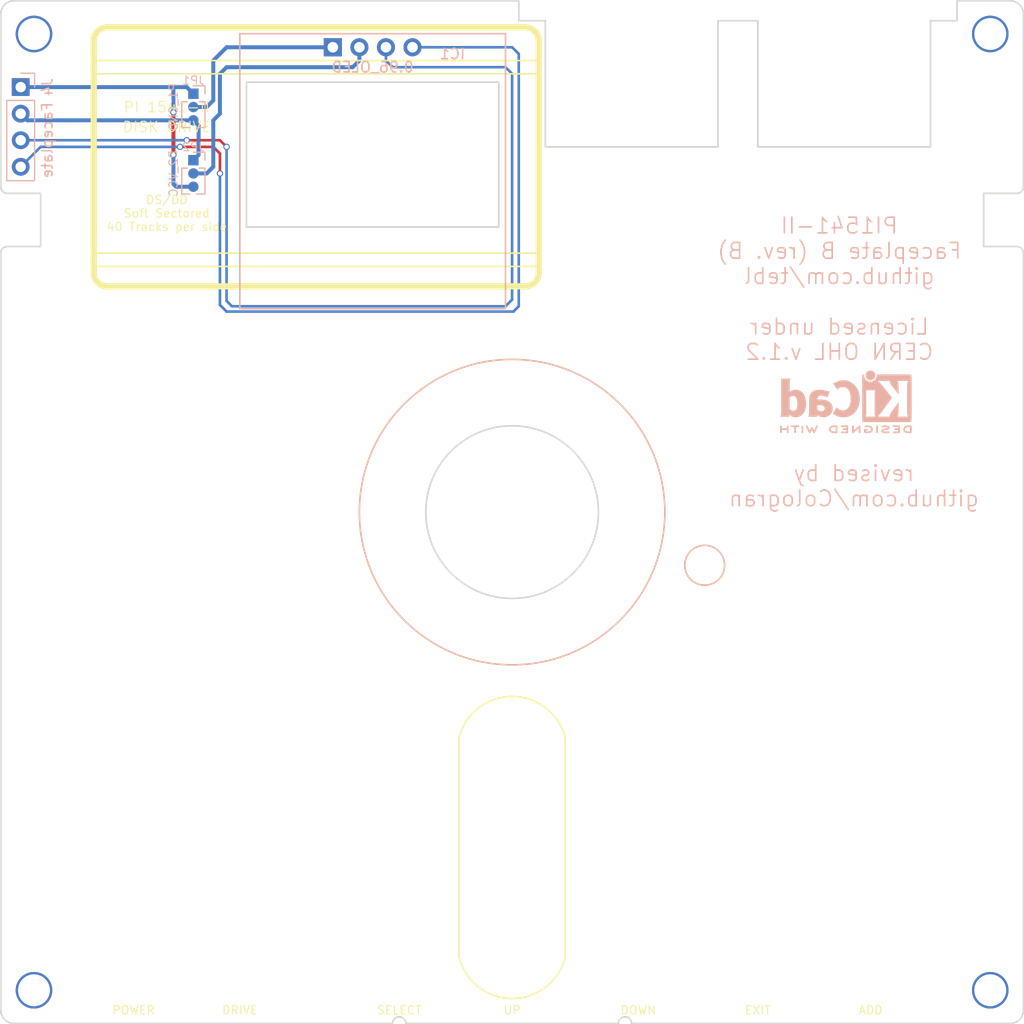
<source format=kicad_pcb>
(kicad_pcb (version 20171130) (host pcbnew "(5.1.6)-1")

  (general
    (thickness 1.6)
    (drawings 107)
    (tracks 60)
    (zones 0)
    (modules 9)
    (nets 7)
  )

  (page A4)
  (layers
    (0 F.Cu signal hide)
    (31 B.Cu signal hide)
    (32 B.Adhes user hide)
    (33 F.Adhes user hide)
    (34 B.Paste user hide)
    (35 F.Paste user hide)
    (36 B.SilkS user hide)
    (37 F.SilkS user hide)
    (38 B.Mask user hide)
    (39 F.Mask user hide)
    (40 Dwgs.User user hide)
    (41 Cmts.User user hide)
    (42 Eco1.User user hide)
    (43 Eco2.User user hide)
    (44 Edge.Cuts user)
    (45 Margin user hide)
    (46 B.CrtYd user hide)
    (47 F.CrtYd user hide)
    (48 B.Fab user hide)
    (49 F.Fab user hide)
  )

  (setup
    (last_trace_width 0.25)
    (user_trace_width 0.381)
    (trace_clearance 0.2)
    (zone_clearance 0.508)
    (zone_45_only no)
    (trace_min 0.2)
    (via_size 0.6)
    (via_drill 0.4)
    (via_min_size 0.4)
    (via_min_drill 0.3)
    (user_via 1 0.4)
    (uvia_size 0.3)
    (uvia_drill 0.1)
    (uvias_allowed no)
    (uvia_min_size 0.2)
    (uvia_min_drill 0.1)
    (edge_width 0.15)
    (segment_width 0.2)
    (pcb_text_width 0.3)
    (pcb_text_size 1.5 1.5)
    (mod_edge_width 0.15)
    (mod_text_size 1 1)
    (mod_text_width 0.15)
    (pad_size 1.524 1.524)
    (pad_drill 0.762)
    (pad_to_mask_clearance 0.2)
    (aux_axis_origin 0 0)
    (visible_elements 7FFFFFFF)
    (pcbplotparams
      (layerselection 0x010f0_ffffffff)
      (usegerberextensions true)
      (usegerberattributes false)
      (usegerberadvancedattributes false)
      (creategerberjobfile false)
      (excludeedgelayer true)
      (linewidth 0.100000)
      (plotframeref false)
      (viasonmask false)
      (mode 1)
      (useauxorigin false)
      (hpglpennumber 1)
      (hpglpenspeed 20)
      (hpglpendiameter 15.000000)
      (psnegative false)
      (psa4output false)
      (plotreference true)
      (plotvalue true)
      (plotinvisibletext false)
      (padsonsilk false)
      (subtractmaskfromsilk false)
      (outputformat 1)
      (mirror false)
      (drillshape 0)
      (scaleselection 1)
      (outputdirectory "export/"))
  )

  (net 0 "")
  (net 1 GND)
  (net 2 +3V3)
  (net 3 "Net-(IC1-Pad2)")
  (net 4 I2C_SCL)
  (net 5 I2C_SDA)
  (net 6 "Net-(IC1-Pad1)")

  (net_class Default "This is the default net class."
    (clearance 0.2)
    (trace_width 0.25)
    (via_dia 0.6)
    (via_drill 0.4)
    (uvia_dia 0.3)
    (uvia_drill 0.1)
    (add_net +3V3)
    (add_net GND)
    (add_net I2C_SCL)
    (add_net I2C_SDA)
    (add_net "Net-(IC1-Pad1)")
    (add_net "Net-(IC1-Pad2)")
  )

  (net_class Power ""
    (clearance 0.381)
    (trace_width 0.381)
    (via_dia 1)
    (via_drill 0.4)
    (uvia_dia 0.3)
    (uvia_drill 0.1)
  )

  (module i2c_oled:0.96_I2C_OLED_NEW locked (layer F.Cu) (tedit 5FEC7774) (tstamp 5F84F00D)
    (at 107.95 59.055)
    (descr "Through hole straight pin header, 1x04, 2.54mm pitch, single row")
    (tags "Through hole pin header THT 1x04 2.54mm single row")
    (path /5E3B718A)
    (fp_text reference IC1 (at 7.62 0.635) (layer B.SilkS)
      (effects (font (size 1 1) (thickness 0.15)) (justify mirror))
    )
    (fp_text value 0.96_OLED (at 0 1.905) (layer B.SilkS)
      (effects (font (size 1 1) (thickness 0.15)) (justify mirror))
    )
    (fp_line (start 7 19.6) (end 7 25) (layer Dwgs.User) (width 0.15))
    (fp_line (start -7 19.6) (end -7 25) (layer Dwgs.User) (width 0.15))
    (fp_line (start 12.7 25) (end 12.7 -1.3) (layer B.SilkS) (width 0.15))
    (fp_line (start -12.7 25) (end 12.7 25) (layer B.SilkS) (width 0.15))
    (fp_line (start -12.7 -1.3) (end -12.7 25) (layer B.SilkS) (width 0.15))
    (fp_line (start -12.7 -1.3) (end 12.7 -1.3) (layer B.SilkS) (width 0.15))
    (fp_line (start -12.35 19.6) (end 12.35 19.6) (layer Dwgs.User) (width 0.15))
    (fp_line (start 12.35 19.6) (end 12.35 2.6) (layer Dwgs.User) (width 0.15))
    (fp_line (start 12.35 2.6) (end -12.35 2.6) (layer Dwgs.User) (width 0.15))
    (fp_line (start -12.35 2.6) (end -12.35 19.6) (layer Dwgs.User) (width 0.15))
    (fp_text user %R (at 7.62 0.635 180) (layer F.Fab)
      (effects (font (size 1 1) (thickness 0.15)))
    )
    (pad 1 thru_hole rect (at -3.81 0) (size 1.7272 1.7272) (drill 1.016) (layers *.Cu *.Mask)
      (net 6 "Net-(IC1-Pad1)"))
    (pad 2 thru_hole circle (at -1.27 0) (size 1.7272 1.7272) (drill 1.016) (layers *.Cu *.Mask)
      (net 3 "Net-(IC1-Pad2)"))
    (pad 3 thru_hole circle (at 1.27 0) (size 1.7272 1.7272) (drill 1.016) (layers *.Cu *.Mask)
      (net 4 I2C_SCL))
    (pad 4 thru_hole circle (at 3.81 0) (size 1.7272 1.7272) (drill 1.016) (layers *.Cu *.Mask)
      (net 5 I2C_SDA))
  )

  (module mounting:M3 (layer F.Cu) (tedit 5F7625BA) (tstamp 5EE44CD3)
    (at 75.565 149.225)
    (descr "module 1 pin (ou trou mecanique de percage)")
    (tags DEV)
    (path /5E3B603D)
    (fp_text reference M1 (at 0 -3.048) (layer F.Fab) hide
      (effects (font (size 1 1) (thickness 0.15)))
    )
    (fp_text value Mounting (at 0 3) (layer F.Fab) hide
      (effects (font (size 1 1) (thickness 0.15)))
    )
    (fp_circle (center 0 0) (end 2.6 0) (layer F.CrtYd) (width 0.05))
    (fp_circle (center 0 0) (end 2 0.8) (layer F.Fab) (width 0.1))
    (pad "" np_thru_hole circle (at 0 0) (size 3.5 3.5) (drill 3.048) (layers *.Cu *.Mask)
      (solder_mask_margin 0.8))
  )

  (module mounting:M3 (layer F.Cu) (tedit 5F7625BA) (tstamp 5EE44CDB)
    (at 167.005 149.225)
    (descr "module 1 pin (ou trou mecanique de percage)")
    (tags DEV)
    (path /5E3B604F)
    (fp_text reference M2 (at 0 -3.048) (layer F.Fab) hide
      (effects (font (size 1 1) (thickness 0.15)))
    )
    (fp_text value Mounting (at 0 3) (layer F.Fab) hide
      (effects (font (size 1 1) (thickness 0.15)))
    )
    (fp_circle (center 0 0) (end 2.6 0) (layer F.CrtYd) (width 0.05))
    (fp_circle (center 0 0) (end 2 0.8) (layer F.Fab) (width 0.1))
    (pad "" np_thru_hole circle (at 0 0) (size 3.5 3.5) (drill 3.048) (layers *.Cu *.Mask)
      (solder_mask_margin 0.8))
  )

  (module mounting:M3 (layer F.Cu) (tedit 5F7625BA) (tstamp 5EE44CE3)
    (at 167.005 57.785)
    (descr "module 1 pin (ou trou mecanique de percage)")
    (tags DEV)
    (path /5E3B605A)
    (fp_text reference M3 (at 0 -3.048) (layer F.Fab) hide
      (effects (font (size 1 1) (thickness 0.15)))
    )
    (fp_text value Mounting (at 0 3) (layer F.Fab) hide
      (effects (font (size 1 1) (thickness 0.15)))
    )
    (fp_circle (center 0 0) (end 2.6 0) (layer F.CrtYd) (width 0.05))
    (fp_circle (center 0 0) (end 2 0.8) (layer F.Fab) (width 0.1))
    (pad "" np_thru_hole circle (at 0 0) (size 3.5 3.5) (drill 3.048) (layers *.Cu *.Mask)
      (solder_mask_margin 0.8))
  )

  (module mounting:M3 (layer F.Cu) (tedit 5F7625BA) (tstamp 5EE44CEB)
    (at 75.565 57.785)
    (descr "module 1 pin (ou trou mecanique de percage)")
    (tags DEV)
    (path /5E3B6065)
    (fp_text reference M4 (at 0 -3.048) (layer F.Fab) hide
      (effects (font (size 1 1) (thickness 0.15)))
    )
    (fp_text value Mounting (at 0 3) (layer F.Fab) hide
      (effects (font (size 1 1) (thickness 0.15)))
    )
    (fp_circle (center 0 0) (end 2.6 0) (layer F.CrtYd) (width 0.05))
    (fp_circle (center 0 0) (end 2 0.8) (layer F.Fab) (width 0.1))
    (pad "" np_thru_hole circle (at 0 0) (size 3.5 3.5) (drill 3.048) (layers *.Cu *.Mask)
      (solder_mask_margin 0.8))
  )

  (module Symbols:KiCad-Logo2_6mm_SilkScreen locked (layer B.Cu) (tedit 0) (tstamp 5EE53D9C)
    (at 153.205 92.95 180)
    (descr "KiCad Logo")
    (tags "Logo KiCad")
    (attr virtual)
    (fp_text reference REF*** (at 0 0) (layer B.SilkS) hide
      (effects (font (size 1 1) (thickness 0.15)) (justify mirror))
    )
    (fp_text value KiCad-Logo2_6mm_SilkScreen (at 0.75 0) (layer B.Fab) hide
      (effects (font (size 1 1) (thickness 0.15)) (justify mirror))
    )
    (fp_poly (pts (xy -2.273043 2.973429) (xy -2.176768 2.949191) (xy -2.090184 2.906359) (xy -2.015373 2.846581)
      (xy -1.954418 2.771506) (xy -1.909399 2.68278) (xy -1.883136 2.58647) (xy -1.877286 2.489205)
      (xy -1.89214 2.395346) (xy -1.92584 2.307489) (xy -1.976528 2.22823) (xy -2.042345 2.160164)
      (xy -2.121434 2.105888) (xy -2.211934 2.067998) (xy -2.2632 2.055574) (xy -2.307698 2.048053)
      (xy -2.341999 2.045081) (xy -2.37496 2.046906) (xy -2.415434 2.053775) (xy -2.448531 2.06075)
      (xy -2.541947 2.092259) (xy -2.625619 2.143383) (xy -2.697665 2.212571) (xy -2.7562 2.298272)
      (xy -2.770148 2.325511) (xy -2.786586 2.361878) (xy -2.796894 2.392418) (xy -2.80246 2.42455)
      (xy -2.804669 2.465693) (xy -2.804948 2.511778) (xy -2.800861 2.596135) (xy -2.787446 2.665414)
      (xy -2.762256 2.726039) (xy -2.722846 2.784433) (xy -2.684298 2.828698) (xy -2.612406 2.894516)
      (xy -2.537313 2.939947) (xy -2.454562 2.96715) (xy -2.376928 2.977424) (xy -2.273043 2.973429)) (layer B.SilkS) (width 0.01))
    (fp_poly (pts (xy 6.186507 0.527755) (xy 6.186526 0.293338) (xy 6.186552 0.080397) (xy 6.186625 -0.112168)
      (xy 6.186782 -0.285459) (xy 6.187064 -0.440576) (xy 6.187509 -0.57862) (xy 6.188156 -0.700692)
      (xy 6.189045 -0.807894) (xy 6.190213 -0.901326) (xy 6.191701 -0.98209) (xy 6.193546 -1.051286)
      (xy 6.195789 -1.110015) (xy 6.198469 -1.159379) (xy 6.201623 -1.200478) (xy 6.205292 -1.234413)
      (xy 6.209513 -1.262286) (xy 6.214327 -1.285198) (xy 6.219773 -1.304249) (xy 6.225888 -1.32054)
      (xy 6.232712 -1.335173) (xy 6.240285 -1.349249) (xy 6.248645 -1.363868) (xy 6.253839 -1.372974)
      (xy 6.288104 -1.433689) (xy 5.429955 -1.433689) (xy 5.429955 -1.337733) (xy 5.429224 -1.29437)
      (xy 5.427272 -1.261205) (xy 5.424463 -1.243424) (xy 5.423221 -1.241778) (xy 5.411799 -1.248662)
      (xy 5.389084 -1.266505) (xy 5.366385 -1.285879) (xy 5.3118 -1.326614) (xy 5.242321 -1.367617)
      (xy 5.16527 -1.405123) (xy 5.087965 -1.435364) (xy 5.057113 -1.445012) (xy 4.988616 -1.459578)
      (xy 4.905764 -1.469539) (xy 4.816371 -1.474583) (xy 4.728248 -1.474396) (xy 4.649207 -1.468666)
      (xy 4.611511 -1.462858) (xy 4.473414 -1.424797) (xy 4.346113 -1.367073) (xy 4.230292 -1.290211)
      (xy 4.126637 -1.194739) (xy 4.035833 -1.081179) (xy 3.969031 -0.970381) (xy 3.914164 -0.853625)
      (xy 3.872163 -0.734276) (xy 3.842167 -0.608283) (xy 3.823311 -0.471594) (xy 3.814732 -0.320158)
      (xy 3.814006 -0.242711) (xy 3.8161 -0.185934) (xy 4.645217 -0.185934) (xy 4.645424 -0.279002)
      (xy 4.648337 -0.366692) (xy 4.654 -0.443772) (xy 4.662455 -0.505009) (xy 4.665038 -0.51735)
      (xy 4.69684 -0.624633) (xy 4.738498 -0.711658) (xy 4.790363 -0.778642) (xy 4.852781 -0.825805)
      (xy 4.9261 -0.853365) (xy 5.010669 -0.861541) (xy 5.106835 -0.850551) (xy 5.170311 -0.834829)
      (xy 5.219454 -0.816639) (xy 5.273583 -0.790791) (xy 5.314244 -0.767089) (xy 5.3848 -0.720721)
      (xy 5.3848 0.42947) (xy 5.317392 0.473038) (xy 5.238867 0.51396) (xy 5.154681 0.540611)
      (xy 5.069557 0.552535) (xy 4.988216 0.549278) (xy 4.91538 0.530385) (xy 4.883426 0.514816)
      (xy 4.825501 0.471819) (xy 4.776544 0.415047) (xy 4.73539 0.342425) (xy 4.700874 0.251879)
      (xy 4.671833 0.141334) (xy 4.670552 0.135467) (xy 4.660381 0.073212) (xy 4.652739 -0.004594)
      (xy 4.64767 -0.09272) (xy 4.645217 -0.185934) (xy 3.8161 -0.185934) (xy 3.821857 -0.029895)
      (xy 3.843802 0.165941) (xy 3.879786 0.344668) (xy 3.929759 0.506155) (xy 3.993668 0.650274)
      (xy 4.071462 0.776894) (xy 4.163089 0.885885) (xy 4.268497 0.977117) (xy 4.313662 1.008068)
      (xy 4.414611 1.064215) (xy 4.517901 1.103826) (xy 4.627989 1.127986) (xy 4.74933 1.137781)
      (xy 4.841836 1.136735) (xy 4.97149 1.125769) (xy 5.084084 1.103954) (xy 5.182875 1.070286)
      (xy 5.271121 1.023764) (xy 5.319986 0.989552) (xy 5.349353 0.967638) (xy 5.371043 0.952667)
      (xy 5.379253 0.948267) (xy 5.380868 0.959096) (xy 5.382159 0.989749) (xy 5.383138 1.037474)
      (xy 5.383817 1.099521) (xy 5.38421 1.173138) (xy 5.38433 1.255573) (xy 5.384188 1.344075)
      (xy 5.383797 1.435893) (xy 5.383171 1.528276) (xy 5.38232 1.618472) (xy 5.38126 1.703729)
      (xy 5.380001 1.781297) (xy 5.378556 1.848424) (xy 5.376938 1.902359) (xy 5.375161 1.94035)
      (xy 5.374669 1.947333) (xy 5.367092 2.017749) (xy 5.355531 2.072898) (xy 5.337792 2.120019)
      (xy 5.311682 2.166353) (xy 5.305415 2.175933) (xy 5.280983 2.212622) (xy 6.186311 2.212622)
      (xy 6.186507 0.527755)) (layer B.SilkS) (width 0.01))
    (fp_poly (pts (xy 2.673574 1.133448) (xy 2.825492 1.113433) (xy 2.960756 1.079798) (xy 3.080239 1.032275)
      (xy 3.184815 0.970595) (xy 3.262424 0.907035) (xy 3.331265 0.832901) (xy 3.385006 0.753129)
      (xy 3.42791 0.660909) (xy 3.443384 0.617839) (xy 3.456244 0.578858) (xy 3.467446 0.542711)
      (xy 3.47712 0.507566) (xy 3.485396 0.47159) (xy 3.492403 0.43295) (xy 3.498272 0.389815)
      (xy 3.503131 0.340351) (xy 3.50711 0.282727) (xy 3.51034 0.215109) (xy 3.512949 0.135666)
      (xy 3.515067 0.042564) (xy 3.516824 -0.066027) (xy 3.518349 -0.191942) (xy 3.519772 -0.337012)
      (xy 3.521025 -0.479778) (xy 3.522351 -0.635968) (xy 3.523556 -0.771239) (xy 3.524766 -0.887246)
      (xy 3.526106 -0.985645) (xy 3.5277 -1.068093) (xy 3.529675 -1.136246) (xy 3.532156 -1.19176)
      (xy 3.535269 -1.236292) (xy 3.539138 -1.271498) (xy 3.543889 -1.299034) (xy 3.549648 -1.320556)
      (xy 3.556539 -1.337722) (xy 3.564689 -1.352186) (xy 3.574223 -1.365606) (xy 3.585266 -1.379638)
      (xy 3.589566 -1.385071) (xy 3.605386 -1.40791) (xy 3.612422 -1.423463) (xy 3.612444 -1.423922)
      (xy 3.601567 -1.426121) (xy 3.570582 -1.428147) (xy 3.521957 -1.429942) (xy 3.458163 -1.431451)
      (xy 3.381669 -1.432616) (xy 3.294944 -1.43338) (xy 3.200457 -1.433686) (xy 3.18955 -1.433689)
      (xy 2.766657 -1.433689) (xy 2.763395 -1.337622) (xy 2.760133 -1.241556) (xy 2.698044 -1.292543)
      (xy 2.600714 -1.360057) (xy 2.490813 -1.414749) (xy 2.404349 -1.444978) (xy 2.335278 -1.459666)
      (xy 2.251925 -1.469659) (xy 2.162159 -1.474646) (xy 2.073845 -1.474313) (xy 1.994851 -1.468351)
      (xy 1.958622 -1.462638) (xy 1.818603 -1.424776) (xy 1.692178 -1.369932) (xy 1.58026 -1.298924)
      (xy 1.483762 -1.212568) (xy 1.4036 -1.111679) (xy 1.340687 -0.997076) (xy 1.296312 -0.870984)
      (xy 1.283978 -0.814401) (xy 1.276368 -0.752202) (xy 1.272739 -0.677363) (xy 1.272245 -0.643467)
      (xy 1.27231 -0.640282) (xy 2.032248 -0.640282) (xy 2.041541 -0.715333) (xy 2.069728 -0.77916)
      (xy 2.118197 -0.834798) (xy 2.123254 -0.839211) (xy 2.171548 -0.874037) (xy 2.223257 -0.89662)
      (xy 2.283989 -0.90854) (xy 2.359352 -0.911383) (xy 2.377459 -0.910978) (xy 2.431278 -0.908325)
      (xy 2.471308 -0.902909) (xy 2.506324 -0.892745) (xy 2.545103 -0.87585) (xy 2.555745 -0.870672)
      (xy 2.616396 -0.834844) (xy 2.663215 -0.792212) (xy 2.675952 -0.776973) (xy 2.720622 -0.720462)
      (xy 2.720622 -0.524586) (xy 2.720086 -0.445939) (xy 2.718396 -0.387988) (xy 2.715428 -0.348875)
      (xy 2.711057 -0.326741) (xy 2.706972 -0.320274) (xy 2.691047 -0.317111) (xy 2.657264 -0.314488)
      (xy 2.61034 -0.312655) (xy 2.554993 -0.311857) (xy 2.546106 -0.311842) (xy 2.42533 -0.317096)
      (xy 2.32266 -0.333263) (xy 2.236106 -0.360961) (xy 2.163681 -0.400808) (xy 2.108751 -0.447758)
      (xy 2.064204 -0.505645) (xy 2.03948 -0.568693) (xy 2.032248 -0.640282) (xy 1.27231 -0.640282)
      (xy 1.274178 -0.549712) (xy 1.282522 -0.470812) (xy 1.298768 -0.39959) (xy 1.324405 -0.328864)
      (xy 1.348401 -0.276493) (xy 1.40702 -0.181196) (xy 1.485117 -0.09317) (xy 1.580315 -0.014017)
      (xy 1.690238 0.05466) (xy 1.81251 0.111259) (xy 1.944755 0.154179) (xy 2.009422 0.169118)
      (xy 2.145604 0.191223) (xy 2.294049 0.205806) (xy 2.445505 0.212187) (xy 2.572064 0.210555)
      (xy 2.73395 0.203776) (xy 2.72653 0.262755) (xy 2.707238 0.361908) (xy 2.676104 0.442628)
      (xy 2.632269 0.505534) (xy 2.574871 0.551244) (xy 2.503048 0.580378) (xy 2.415941 0.593553)
      (xy 2.312686 0.591389) (xy 2.274711 0.587388) (xy 2.13352 0.56222) (xy 1.996707 0.521186)
      (xy 1.902178 0.483185) (xy 1.857018 0.46381) (xy 1.818585 0.44824) (xy 1.792234 0.438595)
      (xy 1.784546 0.436548) (xy 1.774802 0.445626) (xy 1.758083 0.474595) (xy 1.734232 0.523783)
      (xy 1.703093 0.593516) (xy 1.664507 0.684121) (xy 1.65791 0.699911) (xy 1.627853 0.772228)
      (xy 1.600874 0.837575) (xy 1.578136 0.893094) (xy 1.560806 0.935928) (xy 1.550048 0.963219)
      (xy 1.546941 0.972058) (xy 1.55694 0.976813) (xy 1.583217 0.98209) (xy 1.611489 0.985769)
      (xy 1.641646 0.990526) (xy 1.689433 0.999972) (xy 1.750612 1.01318) (xy 1.820946 1.029224)
      (xy 1.896194 1.04718) (xy 1.924755 1.054203) (xy 2.029816 1.079791) (xy 2.11748 1.099853)
      (xy 2.192068 1.115031) (xy 2.257903 1.125965) (xy 2.319307 1.133296) (xy 2.380602 1.137665)
      (xy 2.44611 1.139713) (xy 2.504128 1.140111) (xy 2.673574 1.133448)) (layer B.SilkS) (width 0.01))
    (fp_poly (pts (xy 0.328429 2.050929) (xy 0.48857 2.029755) (xy 0.65251 1.989615) (xy 0.822313 1.930111)
      (xy 1.000043 1.850846) (xy 1.01131 1.845301) (xy 1.069005 1.817275) (xy 1.120552 1.793198)
      (xy 1.162191 1.774751) (xy 1.190162 1.763614) (xy 1.199733 1.761067) (xy 1.21895 1.756059)
      (xy 1.223561 1.751853) (xy 1.218458 1.74142) (xy 1.202418 1.715132) (xy 1.177288 1.675743)
      (xy 1.144914 1.626009) (xy 1.107143 1.568685) (xy 1.065822 1.506524) (xy 1.022798 1.442282)
      (xy 0.979917 1.378715) (xy 0.939026 1.318575) (xy 0.901971 1.26462) (xy 0.8706 1.219603)
      (xy 0.846759 1.186279) (xy 0.832294 1.167403) (xy 0.830309 1.165213) (xy 0.820191 1.169862)
      (xy 0.79785 1.187038) (xy 0.76728 1.21356) (xy 0.751536 1.228036) (xy 0.655047 1.303318)
      (xy 0.548336 1.358759) (xy 0.432832 1.393859) (xy 0.309962 1.40812) (xy 0.240561 1.406949)
      (xy 0.119423 1.389788) (xy 0.010205 1.353906) (xy -0.087418 1.299041) (xy -0.173772 1.22493)
      (xy -0.249185 1.131312) (xy -0.313982 1.017924) (xy -0.351399 0.931333) (xy -0.395252 0.795634)
      (xy -0.427572 0.64815) (xy -0.448443 0.492686) (xy -0.457949 0.333044) (xy -0.456173 0.173027)
      (xy -0.443197 0.016439) (xy -0.419106 -0.132918) (xy -0.383982 -0.27124) (xy -0.337908 -0.394724)
      (xy -0.321627 -0.428978) (xy -0.25338 -0.543064) (xy -0.172921 -0.639557) (xy -0.08143 -0.71767)
      (xy 0.019911 -0.776617) (xy 0.12992 -0.815612) (xy 0.247415 -0.833868) (xy 0.288883 -0.835211)
      (xy 0.410441 -0.82429) (xy 0.530878 -0.791474) (xy 0.648666 -0.737439) (xy 0.762277 -0.662865)
      (xy 0.853685 -0.584539) (xy 0.900215 -0.540008) (xy 1.081483 -0.837271) (xy 1.12658 -0.911433)
      (xy 1.167819 -0.979646) (xy 1.203735 -1.039459) (xy 1.232866 -1.08842) (xy 1.25375 -1.124079)
      (xy 1.264924 -1.143984) (xy 1.266375 -1.147079) (xy 1.258146 -1.156718) (xy 1.232567 -1.173999)
      (xy 1.192873 -1.197283) (xy 1.142297 -1.224934) (xy 1.084074 -1.255315) (xy 1.021437 -1.28679)
      (xy 0.957621 -1.317722) (xy 0.89586 -1.346473) (xy 0.839388 -1.371408) (xy 0.791438 -1.390889)
      (xy 0.767986 -1.399318) (xy 0.634221 -1.437133) (xy 0.496327 -1.462136) (xy 0.348622 -1.47514)
      (xy 0.221833 -1.477468) (xy 0.153878 -1.476373) (xy 0.088277 -1.474275) (xy 0.030847 -1.471434)
      (xy -0.012597 -1.468106) (xy -0.026702 -1.466422) (xy -0.165716 -1.437587) (xy -0.307243 -1.392468)
      (xy -0.444725 -1.33375) (xy -0.571606 -1.26412) (xy -0.649111 -1.211441) (xy -0.776519 -1.103239)
      (xy -0.894822 -0.976671) (xy -1.001828 -0.834866) (xy -1.095348 -0.680951) (xy -1.17319 -0.518053)
      (xy -1.217044 -0.400756) (xy -1.267292 -0.217128) (xy -1.300791 -0.022581) (xy -1.317551 0.178675)
      (xy -1.317584 0.382432) (xy -1.300899 0.584479) (xy -1.267507 0.780608) (xy -1.21742 0.966609)
      (xy -1.213603 0.978197) (xy -1.150719 1.14025) (xy -1.073972 1.288168) (xy -0.980758 1.426135)
      (xy -0.868473 1.558339) (xy -0.824608 1.603601) (xy -0.688466 1.727543) (xy -0.548509 1.830085)
      (xy -0.402589 1.912344) (xy -0.248558 1.975436) (xy -0.084268 2.020477) (xy 0.011289 2.037967)
      (xy 0.170023 2.053534) (xy 0.328429 2.050929)) (layer B.SilkS) (width 0.01))
    (fp_poly (pts (xy -2.9464 2.510946) (xy -2.935535 2.397007) (xy -2.903918 2.289384) (xy -2.853015 2.190385)
      (xy -2.784293 2.102316) (xy -2.699219 2.027484) (xy -2.602232 1.969616) (xy -2.495964 1.929995)
      (xy -2.38895 1.911427) (xy -2.2833 1.912566) (xy -2.181125 1.93207) (xy -2.084534 1.968594)
      (xy -1.995638 2.020795) (xy -1.916546 2.087327) (xy -1.849369 2.166848) (xy -1.796217 2.258013)
      (xy -1.759199 2.359477) (xy -1.740427 2.469898) (xy -1.738489 2.519794) (xy -1.738489 2.607733)
      (xy -1.68656 2.607733) (xy -1.650253 2.604889) (xy -1.623355 2.593089) (xy -1.596249 2.569351)
      (xy -1.557867 2.530969) (xy -1.557867 0.339398) (xy -1.557876 0.077261) (xy -1.557908 -0.163241)
      (xy -1.557972 -0.383048) (xy -1.558076 -0.583101) (xy -1.558227 -0.764344) (xy -1.558434 -0.927716)
      (xy -1.558706 -1.07416) (xy -1.55905 -1.204617) (xy -1.559474 -1.320029) (xy -1.559987 -1.421338)
      (xy -1.560597 -1.509484) (xy -1.561312 -1.58541) (xy -1.56214 -1.650057) (xy -1.563089 -1.704367)
      (xy -1.564167 -1.74928) (xy -1.565383 -1.78574) (xy -1.566745 -1.814687) (xy -1.568261 -1.837063)
      (xy -1.569938 -1.853809) (xy -1.571786 -1.865868) (xy -1.573813 -1.87418) (xy -1.576025 -1.879687)
      (xy -1.577108 -1.881537) (xy -1.581271 -1.888549) (xy -1.584805 -1.894996) (xy -1.588635 -1.9009)
      (xy -1.593682 -1.906286) (xy -1.600871 -1.911178) (xy -1.611123 -1.915598) (xy -1.625364 -1.919572)
      (xy -1.644514 -1.923121) (xy -1.669499 -1.92627) (xy -1.70124 -1.929042) (xy -1.740662 -1.931461)
      (xy -1.788686 -1.933551) (xy -1.846237 -1.935335) (xy -1.914237 -1.936837) (xy -1.99361 -1.93808)
      (xy -2.085279 -1.939089) (xy -2.190166 -1.939885) (xy -2.309196 -1.940494) (xy -2.44329 -1.940939)
      (xy -2.593373 -1.941243) (xy -2.760367 -1.94143) (xy -2.945196 -1.941524) (xy -3.148783 -1.941548)
      (xy -3.37205 -1.941525) (xy -3.615922 -1.94148) (xy -3.881321 -1.941437) (xy -3.919704 -1.941432)
      (xy -4.186682 -1.941389) (xy -4.432002 -1.941318) (xy -4.656583 -1.941213) (xy -4.861345 -1.941066)
      (xy -5.047206 -1.940869) (xy -5.215088 -1.940616) (xy -5.365908 -1.9403) (xy -5.500587 -1.939913)
      (xy -5.620044 -1.939447) (xy -5.725199 -1.938897) (xy -5.816971 -1.938253) (xy -5.896279 -1.937511)
      (xy -5.964043 -1.936661) (xy -6.021182 -1.935697) (xy -6.068617 -1.934611) (xy -6.107266 -1.933397)
      (xy -6.138049 -1.932047) (xy -6.161885 -1.930555) (xy -6.179694 -1.928911) (xy -6.192395 -1.927111)
      (xy -6.200908 -1.925145) (xy -6.205266 -1.923477) (xy -6.213728 -1.919906) (xy -6.221497 -1.91727)
      (xy -6.228602 -1.914634) (xy -6.235073 -1.911062) (xy -6.240939 -1.905621) (xy -6.246229 -1.897375)
      (xy -6.250974 -1.88539) (xy -6.255202 -1.868731) (xy -6.258943 -1.846463) (xy -6.262227 -1.817652)
      (xy -6.265083 -1.781363) (xy -6.26754 -1.736661) (xy -6.269629 -1.682611) (xy -6.271378 -1.618279)
      (xy -6.272817 -1.54273) (xy -6.273976 -1.45503) (xy -6.274883 -1.354243) (xy -6.275569 -1.239434)
      (xy -6.276063 -1.10967) (xy -6.276395 -0.964015) (xy -6.276593 -0.801535) (xy -6.276687 -0.621295)
      (xy -6.276708 -0.42236) (xy -6.276685 -0.203796) (xy -6.276646 0.035332) (xy -6.276622 0.29596)
      (xy -6.276622 0.338111) (xy -6.276636 0.601008) (xy -6.276661 0.842268) (xy -6.276671 1.062835)
      (xy -6.276642 1.263648) (xy -6.276548 1.445651) (xy -6.276362 1.609784) (xy -6.276059 1.756989)
      (xy -6.275614 1.888208) (xy -6.275034 1.998133) (xy -5.972197 1.998133) (xy -5.932407 1.940289)
      (xy -5.921236 1.924521) (xy -5.911166 1.910559) (xy -5.902138 1.897216) (xy -5.894097 1.883307)
      (xy -5.886986 1.867644) (xy -5.880747 1.849042) (xy -5.875325 1.826314) (xy -5.870662 1.798273)
      (xy -5.866701 1.763733) (xy -5.863385 1.721508) (xy -5.860659 1.670411) (xy -5.858464 1.609256)
      (xy -5.856745 1.536856) (xy -5.855444 1.452025) (xy -5.854505 1.353578) (xy -5.85387 1.240326)
      (xy -5.853484 1.111084) (xy -5.853288 0.964666) (xy -5.853227 0.799884) (xy -5.853243 0.615553)
      (xy -5.85328 0.410487) (xy -5.853289 0.287867) (xy -5.853265 0.070918) (xy -5.853231 -0.124642)
      (xy -5.853243 -0.299999) (xy -5.853358 -0.456341) (xy -5.85363 -0.594857) (xy -5.854118 -0.716734)
      (xy -5.854876 -0.82316) (xy -5.855962 -0.915322) (xy -5.857431 -0.994409) (xy -5.85934 -1.061608)
      (xy -5.861744 -1.118107) (xy -5.864701 -1.165093) (xy -5.868266 -1.203755) (xy -5.872495 -1.23528)
      (xy -5.877446 -1.260855) (xy -5.883173 -1.28167) (xy -5.889733 -1.298911) (xy -5.897183 -1.313765)
      (xy -5.905579 -1.327422) (xy -5.914976 -1.341069) (xy -5.925432 -1.355893) (xy -5.931523 -1.364783)
      (xy -5.970296 -1.4224) (xy -5.438732 -1.4224) (xy -5.315483 -1.422365) (xy -5.212987 -1.422215)
      (xy -5.12942 -1.421878) (xy -5.062956 -1.421286) (xy -5.011771 -1.420367) (xy -4.974041 -1.419051)
      (xy -4.94794 -1.417269) (xy -4.931644 -1.414951) (xy -4.923328 -1.412026) (xy -4.921168 -1.408424)
      (xy -4.923339 -1.404075) (xy -4.924535 -1.402645) (xy -4.949685 -1.365573) (xy -4.975583 -1.312772)
      (xy -4.999192 -1.25077) (xy -5.007461 -1.224357) (xy -5.012078 -1.206416) (xy -5.015979 -1.185355)
      (xy -5.019248 -1.159089) (xy -5.021966 -1.125532) (xy -5.024215 -1.082599) (xy -5.026077 -1.028204)
      (xy -5.027636 -0.960262) (xy -5.028972 -0.876688) (xy -5.030169 -0.775395) (xy -5.031308 -0.6543)
      (xy -5.031685 -0.6096) (xy -5.032702 -0.484449) (xy -5.03346 -0.380082) (xy -5.033903 -0.294707)
      (xy -5.03397 -0.226533) (xy -5.033605 -0.173765) (xy -5.032748 -0.134614) (xy -5.031341 -0.107285)
      (xy -5.029325 -0.089986) (xy -5.026643 -0.080926) (xy -5.023236 -0.078312) (xy -5.019044 -0.080351)
      (xy -5.014571 -0.084667) (xy -5.004216 -0.097602) (xy -4.982158 -0.126676) (xy -4.949957 -0.169759)
      (xy -4.909174 -0.224718) (xy -4.86137 -0.289423) (xy -4.808105 -0.361742) (xy -4.75094 -0.439544)
      (xy -4.691437 -0.520698) (xy -4.631155 -0.603072) (xy -4.571655 -0.684536) (xy -4.514498 -0.762957)
      (xy -4.461245 -0.836204) (xy -4.413457 -0.902147) (xy -4.372693 -0.958654) (xy -4.340516 -1.003593)
      (xy -4.318485 -1.034834) (xy -4.313917 -1.041466) (xy -4.290996 -1.078369) (xy -4.264188 -1.126359)
      (xy -4.238789 -1.175897) (xy -4.235568 -1.182577) (xy -4.21389 -1.230772) (xy -4.201304 -1.268334)
      (xy -4.195574 -1.30416) (xy -4.194456 -1.3462) (xy -4.19509 -1.4224) (xy -3.040651 -1.4224)
      (xy -3.131815 -1.328669) (xy -3.178612 -1.278775) (xy -3.228899 -1.222295) (xy -3.274944 -1.168026)
      (xy -3.295369 -1.142673) (xy -3.325807 -1.103128) (xy -3.365862 -1.049916) (xy -3.414361 -0.984667)
      (xy -3.470135 -0.909011) (xy -3.532011 -0.824577) (xy -3.598819 -0.732994) (xy -3.669387 -0.635892)
      (xy -3.742545 -0.534901) (xy -3.817121 -0.43165) (xy -3.891944 -0.327768) (xy -3.965843 -0.224885)
      (xy -4.037646 -0.124631) (xy -4.106184 -0.028636) (xy -4.170284 0.061473) (xy -4.228775 0.144064)
      (xy -4.280486 0.217508) (xy -4.324247 0.280176) (xy -4.358885 0.330439) (xy -4.38323 0.366666)
      (xy -4.396111 0.387229) (xy -4.397869 0.391332) (xy -4.38991 0.402658) (xy -4.369115 0.429838)
      (xy -4.336847 0.471171) (xy -4.29447 0.524956) (xy -4.243347 0.589494) (xy -4.184841 0.663082)
      (xy -4.120314 0.744022) (xy -4.051131 0.830612) (xy -3.978653 0.921152) (xy -3.904246 1.01394)
      (xy -3.844517 1.088298) (xy -2.833511 1.088298) (xy -2.827602 1.075341) (xy -2.813272 1.053092)
      (xy -2.812225 1.051609) (xy -2.793438 1.021456) (xy -2.773791 0.984625) (xy -2.769892 0.976489)
      (xy -2.766356 0.96806) (xy -2.76323 0.957941) (xy -2.760486 0.94474) (xy -2.758092 0.927062)
      (xy -2.756019 0.903516) (xy -2.754235 0.872707) (xy -2.752712 0.833243) (xy -2.751419 0.783731)
      (xy -2.750326 0.722777) (xy -2.749403 0.648989) (xy -2.748619 0.560972) (xy -2.747945 0.457335)
      (xy -2.74735 0.336684) (xy -2.746805 0.197626) (xy -2.746279 0.038768) (xy -2.745745 -0.140089)
      (xy -2.745206 -0.325207) (xy -2.744772 -0.489145) (xy -2.744509 -0.633303) (xy -2.744484 -0.759079)
      (xy -2.744765 -0.867871) (xy -2.745419 -0.961077) (xy -2.746514 -1.040097) (xy -2.748118 -1.106328)
      (xy -2.750297 -1.16117) (xy -2.753119 -1.206021) (xy -2.756651 -1.242278) (xy -2.760961 -1.271341)
      (xy -2.766117 -1.294609) (xy -2.772185 -1.313479) (xy -2.779233 -1.329351) (xy -2.787329 -1.343622)
      (xy -2.79654 -1.357691) (xy -2.80504 -1.370158) (xy -2.822176 -1.396452) (xy -2.832322 -1.414037)
      (xy -2.833511 -1.417257) (xy -2.822604 -1.418334) (xy -2.791411 -1.419335) (xy -2.742223 -1.420235)
      (xy -2.677333 -1.42101) (xy -2.59903 -1.421637) (xy -2.509607 -1.422091) (xy -2.411356 -1.422349)
      (xy -2.342445 -1.4224) (xy -2.237452 -1.42218) (xy -2.14061 -1.421548) (xy -2.054107 -1.420549)
      (xy -1.980132 -1.419227) (xy -1.920874 -1.417626) (xy -1.87852 -1.415791) (xy -1.85526 -1.413765)
      (xy -1.851378 -1.412493) (xy -1.859076 -1.397591) (xy -1.867074 -1.38956) (xy -1.880246 -1.372434)
      (xy -1.897485 -1.342183) (xy -1.909407 -1.317622) (xy -1.936045 -1.258711) (xy -1.93912 -0.081845)
      (xy -1.942195 1.095022) (xy -2.387853 1.095022) (xy -2.48567 1.094858) (xy -2.576064 1.094389)
      (xy -2.65663 1.093653) (xy -2.724962 1.092684) (xy -2.778656 1.09152) (xy -2.815305 1.090197)
      (xy -2.832504 1.088751) (xy -2.833511 1.088298) (xy -3.844517 1.088298) (xy -3.82927 1.107278)
      (xy -3.75509 1.199463) (xy -3.683069 1.288796) (xy -3.614569 1.373576) (xy -3.550955 1.452102)
      (xy -3.493588 1.522674) (xy -3.443833 1.583591) (xy -3.403052 1.633153) (xy -3.385888 1.653822)
      (xy -3.299596 1.754484) (xy -3.222997 1.837741) (xy -3.154183 1.905562) (xy -3.091248 1.959911)
      (xy -3.081867 1.967278) (xy -3.042356 1.997883) (xy -4.174116 1.998133) (xy -4.168827 1.950156)
      (xy -4.17213 1.892812) (xy -4.193661 1.824537) (xy -4.233635 1.744788) (xy -4.278943 1.672505)
      (xy -4.295161 1.64986) (xy -4.323214 1.612304) (xy -4.36143 1.561979) (xy -4.408137 1.501027)
      (xy -4.461661 1.431589) (xy -4.520331 1.355806) (xy -4.582475 1.27582) (xy -4.646421 1.193772)
      (xy -4.710495 1.111804) (xy -4.773027 1.032057) (xy -4.832343 0.956673) (xy -4.886771 0.887793)
      (xy -4.934639 0.827558) (xy -4.974275 0.778111) (xy -5.004006 0.741592) (xy -5.022161 0.720142)
      (xy -5.02522 0.716844) (xy -5.028079 0.724851) (xy -5.030293 0.755145) (xy -5.031857 0.807444)
      (xy -5.032767 0.881469) (xy -5.03302 0.976937) (xy -5.032613 1.093566) (xy -5.031704 1.213555)
      (xy -5.030382 1.345667) (xy -5.028857 1.457406) (xy -5.026881 1.550975) (xy -5.024206 1.628581)
      (xy -5.020582 1.692426) (xy -5.015761 1.744717) (xy -5.009494 1.787656) (xy -5.001532 1.823449)
      (xy -4.991627 1.8543) (xy -4.979531 1.882414) (xy -4.964993 1.909995) (xy -4.950311 1.935034)
      (xy -4.912314 1.998133) (xy -5.972197 1.998133) (xy -6.275034 1.998133) (xy -6.275001 2.004383)
      (xy -6.274195 2.106456) (xy -6.27317 2.195367) (xy -6.2719 2.272059) (xy -6.27036 2.337473)
      (xy -6.268524 2.392551) (xy -6.266367 2.438235) (xy -6.263863 2.475466) (xy -6.260987 2.505187)
      (xy -6.257713 2.528338) (xy -6.254015 2.545861) (xy -6.249869 2.558699) (xy -6.245247 2.567792)
      (xy -6.240126 2.574082) (xy -6.234478 2.578512) (xy -6.228279 2.582022) (xy -6.221504 2.585555)
      (xy -6.215508 2.589124) (xy -6.210275 2.5917) (xy -6.202099 2.594028) (xy -6.189886 2.596122)
      (xy -6.172541 2.597993) (xy -6.148969 2.599653) (xy -6.118077 2.601116) (xy -6.078768 2.602392)
      (xy -6.02995 2.603496) (xy -5.970527 2.604439) (xy -5.899404 2.605233) (xy -5.815488 2.605891)
      (xy -5.717683 2.606425) (xy -5.604894 2.606847) (xy -5.476029 2.607171) (xy -5.329991 2.607408)
      (xy -5.165686 2.60757) (xy -4.98202 2.60767) (xy -4.777897 2.60772) (xy -4.566753 2.607733)
      (xy -2.9464 2.607733) (xy -2.9464 2.510946)) (layer B.SilkS) (width 0.01))
    (fp_poly (pts (xy 6.228823 -2.274533) (xy 6.260202 -2.296776) (xy 6.287911 -2.324485) (xy 6.287911 -2.63392)
      (xy 6.287838 -2.725799) (xy 6.287495 -2.79784) (xy 6.286692 -2.85278) (xy 6.285241 -2.89336)
      (xy 6.282952 -2.922317) (xy 6.279636 -2.942391) (xy 6.275105 -2.956321) (xy 6.269169 -2.966845)
      (xy 6.264514 -2.9731) (xy 6.233783 -2.997673) (xy 6.198496 -3.000341) (xy 6.166245 -2.985271)
      (xy 6.155588 -2.976374) (xy 6.148464 -2.964557) (xy 6.144167 -2.945526) (xy 6.141991 -2.914992)
      (xy 6.141228 -2.868662) (xy 6.141155 -2.832871) (xy 6.141155 -2.698045) (xy 5.644444 -2.698045)
      (xy 5.644444 -2.8207) (xy 5.643931 -2.876787) (xy 5.641876 -2.915333) (xy 5.637508 -2.941361)
      (xy 5.630056 -2.959897) (xy 5.621047 -2.9731) (xy 5.590144 -2.997604) (xy 5.555196 -3.000506)
      (xy 5.521738 -2.983089) (xy 5.512604 -2.973959) (xy 5.506152 -2.961855) (xy 5.501897 -2.943001)
      (xy 5.499352 -2.91362) (xy 5.498029 -2.869937) (xy 5.497443 -2.808175) (xy 5.497375 -2.794)
      (xy 5.496891 -2.677631) (xy 5.496641 -2.581727) (xy 5.496723 -2.504177) (xy 5.497231 -2.442869)
      (xy 5.498262 -2.39569) (xy 5.499913 -2.36053) (xy 5.502279 -2.335276) (xy 5.505457 -2.317817)
      (xy 5.509544 -2.306041) (xy 5.514634 -2.297835) (xy 5.520266 -2.291645) (xy 5.552128 -2.271844)
      (xy 5.585357 -2.274533) (xy 5.616735 -2.296776) (xy 5.629433 -2.311126) (xy 5.637526 -2.326978)
      (xy 5.642042 -2.349554) (xy 5.644006 -2.384078) (xy 5.644444 -2.435776) (xy 5.644444 -2.551289)
      (xy 6.141155 -2.551289) (xy 6.141155 -2.432756) (xy 6.141662 -2.378148) (xy 6.143698 -2.341275)
      (xy 6.148035 -2.317307) (xy 6.155447 -2.301415) (xy 6.163733 -2.291645) (xy 6.195594 -2.271844)
      (xy 6.228823 -2.274533)) (layer B.SilkS) (width 0.01))
    (fp_poly (pts (xy 4.963065 -2.269163) (xy 5.041772 -2.269542) (xy 5.102863 -2.270333) (xy 5.148817 -2.27167)
      (xy 5.182114 -2.273683) (xy 5.205236 -2.276506) (xy 5.220662 -2.280269) (xy 5.230871 -2.285105)
      (xy 5.235813 -2.288822) (xy 5.261457 -2.321358) (xy 5.264559 -2.355138) (xy 5.248711 -2.385826)
      (xy 5.238348 -2.398089) (xy 5.227196 -2.40645) (xy 5.211035 -2.411657) (xy 5.185642 -2.414457)
      (xy 5.146798 -2.415596) (xy 5.09028 -2.415821) (xy 5.07918 -2.415822) (xy 4.933244 -2.415822)
      (xy 4.933244 -2.686756) (xy 4.933148 -2.772154) (xy 4.932711 -2.837864) (xy 4.931712 -2.886774)
      (xy 4.929928 -2.921773) (xy 4.927137 -2.945749) (xy 4.923117 -2.961593) (xy 4.917645 -2.972191)
      (xy 4.910666 -2.980267) (xy 4.877734 -3.000112) (xy 4.843354 -2.998548) (xy 4.812176 -2.975906)
      (xy 4.809886 -2.9731) (xy 4.802429 -2.962492) (xy 4.796747 -2.950081) (xy 4.792601 -2.93285)
      (xy 4.78975 -2.907784) (xy 4.787954 -2.871867) (xy 4.786972 -2.822083) (xy 4.786564 -2.755417)
      (xy 4.786489 -2.679589) (xy 4.786489 -2.415822) (xy 4.647127 -2.415822) (xy 4.587322 -2.415418)
      (xy 4.545918 -2.41384) (xy 4.518748 -2.410547) (xy 4.501646 -2.404992) (xy 4.490443 -2.396631)
      (xy 4.489083 -2.395178) (xy 4.472725 -2.361939) (xy 4.474172 -2.324362) (xy 4.492978 -2.291645)
      (xy 4.50025 -2.285298) (xy 4.509627 -2.280266) (xy 4.523609 -2.276396) (xy 4.544696 -2.273537)
      (xy 4.575389 -2.271535) (xy 4.618189 -2.270239) (xy 4.675595 -2.269498) (xy 4.75011 -2.269158)
      (xy 4.844233 -2.269068) (xy 4.86426 -2.269067) (xy 4.963065 -2.269163)) (layer B.SilkS) (width 0.01))
    (fp_poly (pts (xy 4.188614 -2.275877) (xy 4.212327 -2.290647) (xy 4.238978 -2.312227) (xy 4.238978 -2.633773)
      (xy 4.238893 -2.72783) (xy 4.238529 -2.801932) (xy 4.237724 -2.858704) (xy 4.236313 -2.900768)
      (xy 4.234133 -2.930748) (xy 4.231021 -2.951267) (xy 4.226814 -2.964949) (xy 4.221348 -2.974416)
      (xy 4.217472 -2.979082) (xy 4.186034 -2.999575) (xy 4.150233 -2.998739) (xy 4.118873 -2.981264)
      (xy 4.092222 -2.959684) (xy 4.092222 -2.312227) (xy 4.118873 -2.290647) (xy 4.144594 -2.274949)
      (xy 4.1656 -2.269067) (xy 4.188614 -2.275877)) (layer B.SilkS) (width 0.01))
    (fp_poly (pts (xy 3.744665 -2.271034) (xy 3.764255 -2.278035) (xy 3.76501 -2.278377) (xy 3.791613 -2.298678)
      (xy 3.80627 -2.319561) (xy 3.809138 -2.329352) (xy 3.808996 -2.342361) (xy 3.804961 -2.360895)
      (xy 3.796146 -2.387257) (xy 3.781669 -2.423752) (xy 3.760645 -2.472687) (xy 3.732188 -2.536365)
      (xy 3.695415 -2.617093) (xy 3.675175 -2.661216) (xy 3.638625 -2.739985) (xy 3.604315 -2.812423)
      (xy 3.573552 -2.87588) (xy 3.547648 -2.927708) (xy 3.52791 -2.965259) (xy 3.51565 -2.985884)
      (xy 3.513224 -2.988733) (xy 3.482183 -3.001302) (xy 3.447121 -2.999619) (xy 3.419 -2.984332)
      (xy 3.417854 -2.983089) (xy 3.406668 -2.966154) (xy 3.387904 -2.93317) (xy 3.363875 -2.88838)
      (xy 3.336897 -2.836032) (xy 3.327201 -2.816742) (xy 3.254014 -2.67015) (xy 3.17424 -2.829393)
      (xy 3.145767 -2.884415) (xy 3.11935 -2.932132) (xy 3.097148 -2.968893) (xy 3.081319 -2.991044)
      (xy 3.075954 -2.995741) (xy 3.034257 -3.002102) (xy 2.999849 -2.988733) (xy 2.989728 -2.974446)
      (xy 2.972214 -2.942692) (xy 2.948735 -2.896597) (xy 2.92072 -2.839285) (xy 2.889599 -2.77388)
      (xy 2.856799 -2.703507) (xy 2.82375 -2.631291) (xy 2.791881 -2.560355) (xy 2.762619 -2.493825)
      (xy 2.737395 -2.434826) (xy 2.717636 -2.386481) (xy 2.704772 -2.351915) (xy 2.700231 -2.334253)
      (xy 2.700277 -2.333613) (xy 2.711326 -2.311388) (xy 2.73341 -2.288753) (xy 2.73471 -2.287768)
      (xy 2.761853 -2.272425) (xy 2.786958 -2.272574) (xy 2.796368 -2.275466) (xy 2.807834 -2.281718)
      (xy 2.82001 -2.294014) (xy 2.834357 -2.314908) (xy 2.852336 -2.346949) (xy 2.875407 -2.392688)
      (xy 2.90503 -2.454677) (xy 2.931745 -2.511898) (xy 2.96248 -2.578226) (xy 2.990021 -2.637874)
      (xy 3.012938 -2.687725) (xy 3.029798 -2.724664) (xy 3.039173 -2.745573) (xy 3.04054 -2.748845)
      (xy 3.046689 -2.743497) (xy 3.060822 -2.721109) (xy 3.081057 -2.684946) (xy 3.105515 -2.638277)
      (xy 3.115248 -2.619022) (xy 3.148217 -2.554004) (xy 3.173643 -2.506654) (xy 3.193612 -2.474219)
      (xy 3.21021 -2.453946) (xy 3.225524 -2.443082) (xy 3.24164 -2.438875) (xy 3.252143 -2.4384)
      (xy 3.27067 -2.440042) (xy 3.286904 -2.446831) (xy 3.303035 -2.461566) (xy 3.321251 -2.487044)
      (xy 3.343739 -2.526061) (xy 3.372689 -2.581414) (xy 3.388662 -2.612903) (xy 3.41457 -2.663087)
      (xy 3.437167 -2.704704) (xy 3.454458 -2.734242) (xy 3.46445 -2.748189) (xy 3.465809 -2.74877)
      (xy 3.472261 -2.737793) (xy 3.486708 -2.70929) (xy 3.507703 -2.666244) (xy 3.533797 -2.611638)
      (xy 3.563546 -2.548454) (xy 3.57818 -2.517071) (xy 3.61625 -2.436078) (xy 3.646905 -2.373756)
      (xy 3.671737 -2.328071) (xy 3.692337 -2.296989) (xy 3.710298 -2.278478) (xy 3.72721 -2.270504)
      (xy 3.744665 -2.271034)) (layer B.SilkS) (width 0.01))
    (fp_poly (pts (xy 1.018309 -2.269275) (xy 1.147288 -2.273636) (xy 1.256991 -2.286861) (xy 1.349226 -2.309741)
      (xy 1.425802 -2.34307) (xy 1.488527 -2.387638) (xy 1.539212 -2.444236) (xy 1.579663 -2.513658)
      (xy 1.580459 -2.515351) (xy 1.604601 -2.577483) (xy 1.613203 -2.632509) (xy 1.606231 -2.687887)
      (xy 1.583654 -2.751073) (xy 1.579372 -2.760689) (xy 1.550172 -2.816966) (xy 1.517356 -2.860451)
      (xy 1.475002 -2.897417) (xy 1.41719 -2.934135) (xy 1.413831 -2.936052) (xy 1.363504 -2.960227)
      (xy 1.306621 -2.978282) (xy 1.239527 -2.990839) (xy 1.158565 -2.998522) (xy 1.060082 -3.001953)
      (xy 1.025286 -3.002251) (xy 0.859594 -3.002845) (xy 0.836197 -2.9731) (xy 0.829257 -2.963319)
      (xy 0.823842 -2.951897) (xy 0.819765 -2.936095) (xy 0.816837 -2.913175) (xy 0.814867 -2.880396)
      (xy 0.814225 -2.856089) (xy 0.970844 -2.856089) (xy 1.064726 -2.856089) (xy 1.119664 -2.854483)
      (xy 1.17606 -2.850255) (xy 1.222345 -2.844292) (xy 1.225139 -2.84379) (xy 1.307348 -2.821736)
      (xy 1.371114 -2.7886) (xy 1.418452 -2.742847) (xy 1.451382 -2.682939) (xy 1.457108 -2.667061)
      (xy 1.462721 -2.642333) (xy 1.460291 -2.617902) (xy 1.448467 -2.5854) (xy 1.44134 -2.569434)
      (xy 1.418 -2.527006) (xy 1.38988 -2.49724) (xy 1.35894 -2.476511) (xy 1.296966 -2.449537)
      (xy 1.217651 -2.429998) (xy 1.125253 -2.418746) (xy 1.058333 -2.41627) (xy 0.970844 -2.415822)
      (xy 0.970844 -2.856089) (xy 0.814225 -2.856089) (xy 0.813668 -2.835021) (xy 0.81305 -2.774311)
      (xy 0.812825 -2.695526) (xy 0.8128 -2.63392) (xy 0.8128 -2.324485) (xy 0.840509 -2.296776)
      (xy 0.852806 -2.285544) (xy 0.866103 -2.277853) (xy 0.884672 -2.27304) (xy 0.912786 -2.270446)
      (xy 0.954717 -2.26941) (xy 1.014737 -2.26927) (xy 1.018309 -2.269275)) (layer B.SilkS) (width 0.01))
    (fp_poly (pts (xy 0.230343 -2.26926) (xy 0.306701 -2.270174) (xy 0.365217 -2.272311) (xy 0.408255 -2.276175)
      (xy 0.438183 -2.282267) (xy 0.457368 -2.29109) (xy 0.468176 -2.303146) (xy 0.472973 -2.318939)
      (xy 0.474127 -2.33897) (xy 0.474133 -2.341335) (xy 0.473131 -2.363992) (xy 0.468396 -2.381503)
      (xy 0.457333 -2.394574) (xy 0.437348 -2.403913) (xy 0.405846 -2.410227) (xy 0.360232 -2.414222)
      (xy 0.297913 -2.416606) (xy 0.216293 -2.418086) (xy 0.191277 -2.418414) (xy -0.0508 -2.421467)
      (xy -0.054186 -2.486378) (xy -0.057571 -2.551289) (xy 0.110576 -2.551289) (xy 0.176266 -2.551531)
      (xy 0.223172 -2.552556) (xy 0.255083 -2.554811) (xy 0.275791 -2.558742) (xy 0.289084 -2.564798)
      (xy 0.298755 -2.573424) (xy 0.298817 -2.573493) (xy 0.316356 -2.607112) (xy 0.315722 -2.643448)
      (xy 0.297314 -2.674423) (xy 0.293671 -2.677607) (xy 0.280741 -2.685812) (xy 0.263024 -2.691521)
      (xy 0.23657 -2.695162) (xy 0.197432 -2.697167) (xy 0.141662 -2.697964) (xy 0.105994 -2.698045)
      (xy -0.056445 -2.698045) (xy -0.056445 -2.856089) (xy 0.190161 -2.856089) (xy 0.27158 -2.856231)
      (xy 0.33341 -2.856814) (xy 0.378637 -2.858068) (xy 0.410248 -2.860227) (xy 0.431231 -2.863523)
      (xy 0.444573 -2.868189) (xy 0.453261 -2.874457) (xy 0.45545 -2.876733) (xy 0.471614 -2.90828)
      (xy 0.472797 -2.944168) (xy 0.459536 -2.975285) (xy 0.449043 -2.985271) (xy 0.438129 -2.990769)
      (xy 0.421217 -2.995022) (xy 0.395633 -2.99818) (xy 0.358701 -3.000392) (xy 0.307746 -3.001806)
      (xy 0.240094 -3.002572) (xy 0.153069 -3.002838) (xy 0.133394 -3.002845) (xy 0.044911 -3.002787)
      (xy -0.023773 -3.002467) (xy -0.075436 -3.001667) (xy -0.112855 -3.000167) (xy -0.13881 -2.997749)
      (xy -0.156078 -2.994194) (xy -0.167438 -2.989282) (xy -0.175668 -2.982795) (xy -0.180183 -2.978138)
      (xy -0.186979 -2.969889) (xy -0.192288 -2.959669) (xy -0.196294 -2.9448) (xy -0.199179 -2.922602)
      (xy -0.201126 -2.890393) (xy -0.202319 -2.845496) (xy -0.202939 -2.785228) (xy -0.203171 -2.706911)
      (xy -0.2032 -2.640994) (xy -0.203129 -2.548628) (xy -0.202792 -2.476117) (xy -0.202002 -2.420737)
      (xy -0.200574 -2.379765) (xy -0.198321 -2.350478) (xy -0.195057 -2.330153) (xy -0.190596 -2.316066)
      (xy -0.184752 -2.305495) (xy -0.179803 -2.298811) (xy -0.156406 -2.269067) (xy 0.133774 -2.269067)
      (xy 0.230343 -2.26926)) (layer B.SilkS) (width 0.01))
    (fp_poly (pts (xy -1.300114 -2.273448) (xy -1.276548 -2.287273) (xy -1.245735 -2.309881) (xy -1.206078 -2.342338)
      (xy -1.15598 -2.385708) (xy -1.093843 -2.441058) (xy -1.018072 -2.509451) (xy -0.931334 -2.588084)
      (xy -0.750711 -2.751878) (xy -0.745067 -2.532029) (xy -0.743029 -2.456351) (xy -0.741063 -2.399994)
      (xy -0.738734 -2.359706) (xy -0.735606 -2.332235) (xy -0.731245 -2.314329) (xy -0.725216 -2.302737)
      (xy -0.717084 -2.294208) (xy -0.712772 -2.290623) (xy -0.678241 -2.27167) (xy -0.645383 -2.274441)
      (xy -0.619318 -2.290633) (xy -0.592667 -2.312199) (xy -0.589352 -2.627151) (xy -0.588435 -2.719779)
      (xy -0.587968 -2.792544) (xy -0.588113 -2.848161) (xy -0.589032 -2.889342) (xy -0.590887 -2.918803)
      (xy -0.593839 -2.939255) (xy -0.59805 -2.953413) (xy -0.603682 -2.963991) (xy -0.609927 -2.972474)
      (xy -0.623439 -2.988207) (xy -0.636883 -2.998636) (xy -0.652124 -3.002639) (xy -0.671026 -2.999094)
      (xy -0.695455 -2.986879) (xy -0.727273 -2.964871) (xy -0.768348 -2.931949) (xy -0.820542 -2.886991)
      (xy -0.885722 -2.828875) (xy -0.959556 -2.762099) (xy -1.224845 -2.521458) (xy -1.230489 -2.740589)
      (xy -1.232531 -2.816128) (xy -1.234502 -2.872354) (xy -1.236839 -2.912524) (xy -1.239981 -2.939896)
      (xy -1.244364 -2.957728) (xy -1.250424 -2.969279) (xy -1.2586 -2.977807) (xy -1.262784 -2.981282)
      (xy -1.299765 -3.000372) (xy -1.334708 -2.997493) (xy -1.365136 -2.9731) (xy -1.372097 -2.963286)
      (xy -1.377523 -2.951826) (xy -1.381603 -2.935968) (xy -1.384529 -2.912963) (xy -1.386492 -2.880062)
      (xy -1.387683 -2.834516) (xy -1.388292 -2.773573) (xy -1.388511 -2.694486) (xy -1.388534 -2.635956)
      (xy -1.38846 -2.544407) (xy -1.388113 -2.472687) (xy -1.387301 -2.418045) (xy -1.385833 -2.377732)
      (xy -1.383519 -2.348998) (xy -1.380167 -2.329093) (xy -1.375588 -2.315268) (xy -1.369589 -2.304772)
      (xy -1.365136 -2.298811) (xy -1.35385 -2.284691) (xy -1.343301 -2.274029) (xy -1.331893 -2.267892)
      (xy -1.31803 -2.267343) (xy -1.300114 -2.273448)) (layer B.SilkS) (width 0.01))
    (fp_poly (pts (xy -1.950081 -2.274599) (xy -1.881565 -2.286095) (xy -1.828943 -2.303967) (xy -1.794708 -2.327499)
      (xy -1.785379 -2.340924) (xy -1.775893 -2.372148) (xy -1.782277 -2.400395) (xy -1.80243 -2.427182)
      (xy -1.833745 -2.439713) (xy -1.879183 -2.438696) (xy -1.914326 -2.431906) (xy -1.992419 -2.418971)
      (xy -2.072226 -2.417742) (xy -2.161555 -2.428241) (xy -2.186229 -2.43269) (xy -2.269291 -2.456108)
      (xy -2.334273 -2.490945) (xy -2.380461 -2.536604) (xy -2.407145 -2.592494) (xy -2.412663 -2.621388)
      (xy -2.409051 -2.680012) (xy -2.385729 -2.731879) (xy -2.344824 -2.775978) (xy -2.288459 -2.811299)
      (xy -2.21876 -2.836829) (xy -2.137852 -2.851559) (xy -2.04786 -2.854478) (xy -1.95091 -2.844575)
      (xy -1.945436 -2.843641) (xy -1.906875 -2.836459) (xy -1.885494 -2.829521) (xy -1.876227 -2.819227)
      (xy -1.874006 -2.801976) (xy -1.873956 -2.792841) (xy -1.873956 -2.754489) (xy -1.942431 -2.754489)
      (xy -2.0029 -2.750347) (xy -2.044165 -2.737147) (xy -2.068175 -2.71373) (xy -2.076877 -2.678936)
      (xy -2.076983 -2.674394) (xy -2.071892 -2.644654) (xy -2.054433 -2.623419) (xy -2.021939 -2.609366)
      (xy -1.971743 -2.601173) (xy -1.923123 -2.598161) (xy -1.852456 -2.596433) (xy -1.801198 -2.59907)
      (xy -1.766239 -2.6088) (xy -1.74447 -2.628353) (xy -1.73278 -2.660456) (xy -1.72806 -2.707838)
      (xy -1.7272 -2.770071) (xy -1.728609 -2.839535) (xy -1.732848 -2.886786) (xy -1.739936 -2.912012)
      (xy -1.741311 -2.913988) (xy -1.780228 -2.945508) (xy -1.837286 -2.97047) (xy -1.908869 -2.98834)
      (xy -1.991358 -2.998586) (xy -2.081139 -3.000673) (xy -2.174592 -2.994068) (xy -2.229556 -2.985956)
      (xy -2.315766 -2.961554) (xy -2.395892 -2.921662) (xy -2.462977 -2.869887) (xy -2.473173 -2.859539)
      (xy -2.506302 -2.816035) (xy -2.536194 -2.762118) (xy -2.559357 -2.705592) (xy -2.572298 -2.654259)
      (xy -2.573858 -2.634544) (xy -2.567218 -2.593419) (xy -2.549568 -2.542252) (xy -2.524297 -2.488394)
      (xy -2.494789 -2.439195) (xy -2.468719 -2.406334) (xy -2.407765 -2.357452) (xy -2.328969 -2.318545)
      (xy -2.235157 -2.290494) (xy -2.12915 -2.274179) (xy -2.032 -2.270192) (xy -1.950081 -2.274599)) (layer B.SilkS) (width 0.01))
    (fp_poly (pts (xy -2.923822 -2.291645) (xy -2.917242 -2.299218) (xy -2.912079 -2.308987) (xy -2.908164 -2.323571)
      (xy -2.905324 -2.345585) (xy -2.903387 -2.377648) (xy -2.902183 -2.422375) (xy -2.901539 -2.482385)
      (xy -2.901284 -2.560294) (xy -2.901245 -2.635956) (xy -2.901314 -2.729802) (xy -2.901638 -2.803689)
      (xy -2.902386 -2.860232) (xy -2.903732 -2.902049) (xy -2.905846 -2.931757) (xy -2.9089 -2.951973)
      (xy -2.913066 -2.965314) (xy -2.918516 -2.974398) (xy -2.923822 -2.980267) (xy -2.956826 -2.999947)
      (xy -2.991991 -2.998181) (xy -3.023455 -2.976717) (xy -3.030684 -2.968337) (xy -3.036334 -2.958614)
      (xy -3.040599 -2.944861) (xy -3.043673 -2.924389) (xy -3.045752 -2.894512) (xy -3.04703 -2.852541)
      (xy -3.047701 -2.795789) (xy -3.047959 -2.721567) (xy -3.048 -2.637537) (xy -3.048 -2.324485)
      (xy -3.020291 -2.296776) (xy -2.986137 -2.273463) (xy -2.953006 -2.272623) (xy -2.923822 -2.291645)) (layer B.SilkS) (width 0.01))
    (fp_poly (pts (xy -3.691703 -2.270351) (xy -3.616888 -2.275581) (xy -3.547306 -2.28375) (xy -3.487002 -2.29455)
      (xy -3.44002 -2.307673) (xy -3.410406 -2.322813) (xy -3.40586 -2.327269) (xy -3.390054 -2.36185)
      (xy -3.394847 -2.397351) (xy -3.419364 -2.427725) (xy -3.420534 -2.428596) (xy -3.434954 -2.437954)
      (xy -3.450008 -2.442876) (xy -3.471005 -2.443473) (xy -3.503257 -2.439861) (xy -3.552073 -2.432154)
      (xy -3.556 -2.431505) (xy -3.628739 -2.422569) (xy -3.707217 -2.418161) (xy -3.785927 -2.418119)
      (xy -3.859361 -2.422279) (xy -3.922011 -2.430479) (xy -3.96837 -2.442557) (xy -3.971416 -2.443771)
      (xy -4.005048 -2.462615) (xy -4.016864 -2.481685) (xy -4.007614 -2.500439) (xy -3.978047 -2.518337)
      (xy -3.928911 -2.534837) (xy -3.860957 -2.549396) (xy -3.815645 -2.556406) (xy -3.721456 -2.569889)
      (xy -3.646544 -2.582214) (xy -3.587717 -2.594449) (xy -3.541785 -2.607661) (xy -3.505555 -2.622917)
      (xy -3.475838 -2.641285) (xy -3.449442 -2.663831) (xy -3.42823 -2.685971) (xy -3.403065 -2.716819)
      (xy -3.390681 -2.743345) (xy -3.386808 -2.776026) (xy -3.386667 -2.787995) (xy -3.389576 -2.827712)
      (xy -3.401202 -2.857259) (xy -3.421323 -2.883486) (xy -3.462216 -2.923576) (xy -3.507817 -2.954149)
      (xy -3.561513 -2.976203) (xy -3.626692 -2.990735) (xy -3.706744 -2.998741) (xy -3.805057 -3.001218)
      (xy -3.821289 -3.001177) (xy -3.886849 -2.999818) (xy -3.951866 -2.99673) (xy -4.009252 -2.992356)
      (xy -4.051922 -2.98714) (xy -4.055372 -2.986541) (xy -4.097796 -2.976491) (xy -4.13378 -2.963796)
      (xy -4.15415 -2.95219) (xy -4.173107 -2.921572) (xy -4.174427 -2.885918) (xy -4.158085 -2.854144)
      (xy -4.154429 -2.850551) (xy -4.139315 -2.839876) (xy -4.120415 -2.835276) (xy -4.091162 -2.836059)
      (xy -4.055651 -2.840127) (xy -4.01597 -2.843762) (xy -3.960345 -2.846828) (xy -3.895406 -2.849053)
      (xy -3.827785 -2.850164) (xy -3.81 -2.850237) (xy -3.742128 -2.849964) (xy -3.692454 -2.848646)
      (xy -3.65661 -2.845827) (xy -3.630224 -2.84105) (xy -3.608926 -2.833857) (xy -3.596126 -2.827867)
      (xy -3.568 -2.811233) (xy -3.550068 -2.796168) (xy -3.547447 -2.791897) (xy -3.552976 -2.774263)
      (xy -3.57926 -2.757192) (xy -3.624478 -2.741458) (xy -3.686808 -2.727838) (xy -3.705171 -2.724804)
      (xy -3.80109 -2.709738) (xy -3.877641 -2.697146) (xy -3.93778 -2.686111) (xy -3.98446 -2.67572)
      (xy -4.020637 -2.665056) (xy -4.049265 -2.653205) (xy -4.073298 -2.639251) (xy -4.095692 -2.622281)
      (xy -4.119402 -2.601378) (xy -4.12738 -2.594049) (xy -4.155353 -2.566699) (xy -4.17016 -2.545029)
      (xy -4.175952 -2.520232) (xy -4.176889 -2.488983) (xy -4.166575 -2.427705) (xy -4.135752 -2.37564)
      (xy -4.084595 -2.332958) (xy -4.013283 -2.299825) (xy -3.9624 -2.284964) (xy -3.9071 -2.275366)
      (xy -3.840853 -2.269936) (xy -3.767706 -2.268367) (xy -3.691703 -2.270351)) (layer B.SilkS) (width 0.01))
    (fp_poly (pts (xy -4.712794 -2.269146) (xy -4.643386 -2.269518) (xy -4.590997 -2.270385) (xy -4.552847 -2.271946)
      (xy -4.526159 -2.274403) (xy -4.508153 -2.277957) (xy -4.496049 -2.28281) (xy -4.487069 -2.289161)
      (xy -4.483818 -2.292084) (xy -4.464043 -2.323142) (xy -4.460482 -2.358828) (xy -4.473491 -2.39051)
      (xy -4.479506 -2.396913) (xy -4.489235 -2.403121) (xy -4.504901 -2.40791) (xy -4.529408 -2.411514)
      (xy -4.565661 -2.414164) (xy -4.616565 -2.416095) (xy -4.685026 -2.417539) (xy -4.747617 -2.418418)
      (xy -4.995334 -2.421467) (xy -4.998719 -2.486378) (xy -5.002105 -2.551289) (xy -4.833958 -2.551289)
      (xy -4.760959 -2.551919) (xy -4.707517 -2.554553) (xy -4.670628 -2.560309) (xy -4.647288 -2.570304)
      (xy -4.634494 -2.585656) (xy -4.629242 -2.607482) (xy -4.628445 -2.627738) (xy -4.630923 -2.652592)
      (xy -4.640277 -2.670906) (xy -4.659383 -2.683637) (xy -4.691118 -2.691741) (xy -4.738359 -2.696176)
      (xy -4.803983 -2.697899) (xy -4.839801 -2.698045) (xy -5.000978 -2.698045) (xy -5.000978 -2.856089)
      (xy -4.752622 -2.856089) (xy -4.671213 -2.856202) (xy -4.609342 -2.856712) (xy -4.563968 -2.85787)
      (xy -4.532054 -2.85993) (xy -4.510559 -2.863146) (xy -4.496443 -2.867772) (xy -4.486668 -2.874059)
      (xy -4.481689 -2.878667) (xy -4.46461 -2.90556) (xy -4.459111 -2.929467) (xy -4.466963 -2.958667)
      (xy -4.481689 -2.980267) (xy -4.489546 -2.987066) (xy -4.499688 -2.992346) (xy -4.514844 -2.996298)
      (xy -4.537741 -2.999113) (xy -4.571109 -3.000982) (xy -4.617675 -3.002098) (xy -4.680167 -3.002651)
      (xy -4.761314 -3.002833) (xy -4.803422 -3.002845) (xy -4.893598 -3.002765) (xy -4.963924 -3.002398)
      (xy -5.017129 -3.001552) (xy -5.05594 -3.000036) (xy -5.083087 -2.997659) (xy -5.101298 -2.994229)
      (xy -5.1133 -2.989554) (xy -5.121822 -2.983444) (xy -5.125156 -2.980267) (xy -5.131755 -2.97267)
      (xy -5.136927 -2.96287) (xy -5.140846 -2.948239) (xy -5.143684 -2.926152) (xy -5.145615 -2.893982)
      (xy -5.146812 -2.849103) (xy -5.147448 -2.788889) (xy -5.147697 -2.710713) (xy -5.147734 -2.637923)
      (xy -5.1477 -2.544707) (xy -5.147465 -2.471431) (xy -5.14683 -2.415458) (xy -5.145594 -2.374151)
      (xy -5.143556 -2.344872) (xy -5.140517 -2.324984) (xy -5.136277 -2.31185) (xy -5.130635 -2.302832)
      (xy -5.123391 -2.295293) (xy -5.121606 -2.293612) (xy -5.112945 -2.286172) (xy -5.102882 -2.280409)
      (xy -5.088625 -2.276112) (xy -5.067383 -2.273064) (xy -5.036364 -2.271051) (xy -4.992777 -2.26986)
      (xy -4.933831 -2.269275) (xy -4.856734 -2.269083) (xy -4.802001 -2.269067) (xy -4.712794 -2.269146)) (layer B.SilkS) (width 0.01))
    (fp_poly (pts (xy -6.121371 -2.269066) (xy -6.081889 -2.269467) (xy -5.9662 -2.272259) (xy -5.869311 -2.28055)
      (xy -5.787919 -2.295232) (xy -5.718723 -2.317193) (xy -5.65842 -2.347322) (xy -5.603708 -2.38651)
      (xy -5.584167 -2.403532) (xy -5.55175 -2.443363) (xy -5.52252 -2.497413) (xy -5.499991 -2.557323)
      (xy -5.487679 -2.614739) (xy -5.4864 -2.635956) (xy -5.494417 -2.694769) (xy -5.515899 -2.759013)
      (xy -5.546999 -2.819821) (xy -5.583866 -2.86833) (xy -5.589854 -2.874182) (xy -5.640579 -2.915321)
      (xy -5.696125 -2.947435) (xy -5.759696 -2.971365) (xy -5.834494 -2.987953) (xy -5.923722 -2.998041)
      (xy -6.030582 -3.002469) (xy -6.079528 -3.002845) (xy -6.141762 -3.002545) (xy -6.185528 -3.001292)
      (xy -6.214931 -2.998554) (xy -6.234079 -2.993801) (xy -6.247077 -2.986501) (xy -6.254045 -2.980267)
      (xy -6.260626 -2.972694) (xy -6.265788 -2.962924) (xy -6.269703 -2.94834) (xy -6.272543 -2.926326)
      (xy -6.27448 -2.894264) (xy -6.275684 -2.849536) (xy -6.276328 -2.789526) (xy -6.276583 -2.711617)
      (xy -6.276622 -2.635956) (xy -6.27687 -2.535041) (xy -6.276817 -2.454427) (xy -6.275857 -2.415822)
      (xy -6.129867 -2.415822) (xy -6.129867 -2.856089) (xy -6.036734 -2.856004) (xy -5.980693 -2.854396)
      (xy -5.921999 -2.850256) (xy -5.873028 -2.844464) (xy -5.871538 -2.844226) (xy -5.792392 -2.82509)
      (xy -5.731002 -2.795287) (xy -5.684305 -2.752878) (xy -5.654635 -2.706961) (xy -5.636353 -2.656026)
      (xy -5.637771 -2.6082) (xy -5.658988 -2.556933) (xy -5.700489 -2.503899) (xy -5.757998 -2.4646)
      (xy -5.83275 -2.438331) (xy -5.882708 -2.429035) (xy -5.939416 -2.422507) (xy -5.999519 -2.417782)
      (xy -6.050639 -2.415817) (xy -6.053667 -2.415808) (xy -6.129867 -2.415822) (xy -6.275857 -2.415822)
      (xy -6.27526 -2.391851) (xy -6.270998 -2.345055) (xy -6.26283 -2.311778) (xy -6.249556 -2.289759)
      (xy -6.229974 -2.276739) (xy -6.202883 -2.270457) (xy -6.167082 -2.268653) (xy -6.121371 -2.269066)) (layer B.SilkS) (width 0.01))
  )

  (module Pin_Headers:Pin_Header_Straight_1x04_Pitch2.54mm locked (layer B.Cu) (tedit 59650532) (tstamp 5EE47FBE)
    (at 74.295 62.865 180)
    (descr "Through hole straight pin header, 1x04, 2.54mm pitch, single row")
    (tags "Through hole pin header THT 1x04 2.54mm single row")
    (path /5F3B6F1D)
    (fp_text reference J4 (at -2.54 0 90) (layer B.SilkS)
      (effects (font (size 1 1) (thickness 0.15)) (justify mirror))
    )
    (fp_text value Faceplate (at -2.54 -5.08 90) (layer B.SilkS)
      (effects (font (size 1 1) (thickness 0.15)) (justify mirror))
    )
    (fp_line (start 1.8 1.8) (end -1.8 1.8) (layer B.CrtYd) (width 0.05))
    (fp_line (start 1.8 -9.4) (end 1.8 1.8) (layer B.CrtYd) (width 0.05))
    (fp_line (start -1.8 -9.4) (end 1.8 -9.4) (layer B.CrtYd) (width 0.05))
    (fp_line (start -1.8 1.8) (end -1.8 -9.4) (layer B.CrtYd) (width 0.05))
    (fp_line (start -1.33 1.33) (end 0 1.33) (layer B.SilkS) (width 0.12))
    (fp_line (start -1.33 0) (end -1.33 1.33) (layer B.SilkS) (width 0.12))
    (fp_line (start -1.33 -1.27) (end 1.33 -1.27) (layer B.SilkS) (width 0.12))
    (fp_line (start 1.33 -1.27) (end 1.33 -8.95) (layer B.SilkS) (width 0.12))
    (fp_line (start -1.33 -1.27) (end -1.33 -8.95) (layer B.SilkS) (width 0.12))
    (fp_line (start -1.33 -8.95) (end 1.33 -8.95) (layer B.SilkS) (width 0.12))
    (fp_line (start -1.27 0.635) (end -0.635 1.27) (layer B.Fab) (width 0.1))
    (fp_line (start -1.27 -8.89) (end -1.27 0.635) (layer B.Fab) (width 0.1))
    (fp_line (start 1.27 -8.89) (end -1.27 -8.89) (layer B.Fab) (width 0.1))
    (fp_line (start 1.27 1.27) (end 1.27 -8.89) (layer B.Fab) (width 0.1))
    (fp_line (start -0.635 1.27) (end 1.27 1.27) (layer B.Fab) (width 0.1))
    (fp_text user %R (at 0 -3.81 270) (layer B.Fab)
      (effects (font (size 1 1) (thickness 0.15)) (justify mirror))
    )
    (pad 4 thru_hole oval (at 0 -7.62 180) (size 1.7 1.7) (drill 1) (layers *.Cu *.Mask)
      (net 5 I2C_SDA))
    (pad 3 thru_hole oval (at 0 -5.08 180) (size 1.7 1.7) (drill 1) (layers *.Cu *.Mask)
      (net 4 I2C_SCL))
    (pad 2 thru_hole oval (at 0 -2.54 180) (size 1.7 1.7) (drill 1) (layers *.Cu *.Mask)
      (net 2 +3V3))
    (pad 1 thru_hole rect (at 0 0 180) (size 1.7 1.7) (drill 1) (layers *.Cu *.Mask)
      (net 1 GND))
    (model ${KISYS3DMOD}/Pin_Headers.3dshapes/Pin_Header_Straight_1x04_Pitch2.54mm.wrl
      (at (xyz 0 0 0))
      (scale (xyz 1 1 1))
      (rotate (xyz 0 0 0))
    )
  )

  (module wire_pads:OLED_SEL (layer B.Cu) (tedit 5ED8098C) (tstamp 5EE90F8F)
    (at 90.805 63.5 180)
    (descr "Through hole straight pin header, 1x03, 1.27mm pitch, single row")
    (tags "Through hole pin header THT 1x03 1.27mm single row")
    (path /5F14C67F)
    (fp_text reference JP1 (at 0 1.27) (layer B.SilkS)
      (effects (font (size 0.8 0.8) (thickness 0.1)) (justify mirror))
    )
    (fp_text value P1_GND (at 1.905 -1.27 270) (layer B.SilkS)
      (effects (font (size 0.8 0.8) (thickness 0.1)) (justify mirror))
    )
    (fp_line (start -1.11 0.76) (end 0 0.76) (layer B.SilkS) (width 0.12))
    (fp_line (start -1.11 0) (end -1.11 0.76) (layer B.SilkS) (width 0.12))
    (fp_line (start 0.563471 -0.76) (end 1.11 -0.76) (layer B.SilkS) (width 0.12))
    (fp_line (start -1.11 -0.76) (end -0.563471 -0.76) (layer B.SilkS) (width 0.12))
    (fp_line (start 1.11 -0.76) (end 1.11 -3.235) (layer B.SilkS) (width 0.12))
    (fp_line (start -1.11 -0.76) (end -1.11 -3.235) (layer B.SilkS) (width 0.12))
    (fp_line (start 0.30753 -3.235) (end 1.11 -3.235) (layer B.SilkS) (width 0.12))
    (fp_line (start -1.11 -3.235) (end -0.30753 -3.235) (layer B.SilkS) (width 0.12))
    (fp_line (start -1.05 0.11) (end -0.525 0.635) (layer B.Fab) (width 0.1))
    (fp_line (start -1.05 -3.175) (end -1.05 0.11) (layer B.Fab) (width 0.1))
    (fp_line (start 1.05 -3.175) (end -1.05 -3.175) (layer B.Fab) (width 0.1))
    (fp_line (start 1.05 0.635) (end 1.05 -3.175) (layer B.Fab) (width 0.1))
    (fp_line (start -0.525 0.635) (end 1.05 0.635) (layer B.Fab) (width 0.1))
    (fp_text user %R (at 0 1.905) (layer B.Fab)
      (effects (font (size 1 1) (thickness 0.15)) (justify mirror))
    )
    (pad 3 smd oval (at 0 -2.54 180) (size 1 1) (layers B.Cu B.Paste B.Mask)
      (net 2 +3V3))
    (pad 2 smd oval (at 0 -1.27 180) (size 1 1) (layers B.Cu B.Paste B.Mask)
      (net 6 "Net-(IC1-Pad1)"))
    (pad 1 smd rect (at 0 0 180) (size 1 1) (layers B.Cu B.Paste B.Mask)
      (net 1 GND))
    (model ${KISYS3DMOD}/Pin_Headers.3dshapes/Pin_Header_Straight_1x03_Pitch1.27mm.wrl
      (at (xyz 0 0 0))
      (scale (xyz 1 1 1))
      (rotate (xyz 0 0 0))
    )
  )

  (module wire_pads:OLED_SEL (layer B.Cu) (tedit 5ED8098C) (tstamp 5EE90FA3)
    (at 90.805 69.85 180)
    (descr "Through hole straight pin header, 1x03, 1.27mm pitch, single row")
    (tags "Through hole pin header THT 1x03 1.27mm single row")
    (path /5F12F8C1)
    (fp_text reference JP2 (at 0 1.27) (layer B.SilkS)
      (effects (font (size 0.8 0.8) (thickness 0.1)) (justify mirror))
    )
    (fp_text value P2_VCC (at 1.905 -1.27 270) (layer B.SilkS)
      (effects (font (size 0.8 0.8) (thickness 0.1)) (justify mirror))
    )
    (fp_line (start -0.525 0.635) (end 1.05 0.635) (layer B.Fab) (width 0.1))
    (fp_line (start 1.05 0.635) (end 1.05 -3.175) (layer B.Fab) (width 0.1))
    (fp_line (start 1.05 -3.175) (end -1.05 -3.175) (layer B.Fab) (width 0.1))
    (fp_line (start -1.05 -3.175) (end -1.05 0.11) (layer B.Fab) (width 0.1))
    (fp_line (start -1.05 0.11) (end -0.525 0.635) (layer B.Fab) (width 0.1))
    (fp_line (start -1.11 -3.235) (end -0.30753 -3.235) (layer B.SilkS) (width 0.12))
    (fp_line (start 0.30753 -3.235) (end 1.11 -3.235) (layer B.SilkS) (width 0.12))
    (fp_line (start -1.11 -0.76) (end -1.11 -3.235) (layer B.SilkS) (width 0.12))
    (fp_line (start 1.11 -0.76) (end 1.11 -3.235) (layer B.SilkS) (width 0.12))
    (fp_line (start -1.11 -0.76) (end -0.563471 -0.76) (layer B.SilkS) (width 0.12))
    (fp_line (start 0.563471 -0.76) (end 1.11 -0.76) (layer B.SilkS) (width 0.12))
    (fp_line (start -1.11 0) (end -1.11 0.76) (layer B.SilkS) (width 0.12))
    (fp_line (start -1.11 0.76) (end 0 0.76) (layer B.SilkS) (width 0.12))
    (fp_text user %R (at 0 1.905) (layer B.Fab)
      (effects (font (size 1 1) (thickness 0.15)) (justify mirror))
    )
    (pad 1 smd rect (at 0 0 180) (size 1 1) (layers B.Cu B.Paste B.Mask)
      (net 2 +3V3))
    (pad 2 smd oval (at 0 -1.27 180) (size 1 1) (layers B.Cu B.Paste B.Mask)
      (net 3 "Net-(IC1-Pad2)"))
    (pad 3 smd oval (at 0 -2.54 180) (size 1 1) (layers B.Cu B.Paste B.Mask)
      (net 1 GND))
    (model ${KISYS3DMOD}/Pin_Headers.3dshapes/Pin_Header_Straight_1x03_Pitch1.27mm.wrl
      (at (xyz 0 0 0))
      (scale (xyz 1 1 1))
      (rotate (xyz 0 0 0))
    )
  )

  (gr_text "revised by\ngithub.com/Cologran" (at 153.96 101) (layer B.SilkS) (tstamp 5FECD38A)
    (effects (font (size 1.5 1.5) (thickness 0.15)) (justify mirror))
  )
  (gr_circle (center 121.285 103.505) (end 133.985 103.505) (layer B.Mask) (width 3.8) (tstamp 5F76201F))
  (gr_circle (center 121.285 103.505) (end 135.89 103.505) (layer B.SilkS) (width 0.15) (tstamp 5F76201E))
  (gr_poly (pts (xy 140.335 107.95) (xy 139.065 107.95) (xy 139.065 109.22) (xy 140.335 109.22)) (layer B.Mask) (width 0.1) (tstamp 5F761FDF))
  (gr_circle (center 139.7 108.585) (end 140.335 108.585) (layer B.Mask) (width 1.15) (tstamp 5F761FDE))
  (gr_circle (center 139.7 108.585) (end 140.97 108.585) (layer B.Mask) (width 1.15) (tstamp 5F761FDD))
  (gr_circle (center 139.7 108.585) (end 141.605 108.585) (layer B.SilkS) (width 0.15) (tstamp 5F761FDC))
  (gr_arc (start 121.285 127) (end 116.84 125.73) (angle 142.2531762) (layer B.Mask) (width 1.25) (tstamp 5F761F58))
  (gr_arc (start 121.285 127.635) (end 116.84 126.365) (angle 142.2531923) (layer B.Mask) (width 1.25) (tstamp 5F761F57))
  (gr_arc (start 121.285 126.365) (end 116.84 125.095) (angle 148.1092082) (layer B.Mask) (width 1.25) (tstamp 5F761F56))
  (gr_arc (start 121.285 127) (end 118.11 125.73) (angle 136.397181) (layer B.Mask) (width 1.25) (tstamp 5F761F55))
  (gr_poly (pts (xy 126.365 125.095) (xy 116.205 125.095) (xy 116.205 146.05) (xy 126.365 146.05)) (layer B.Mask) (width 0.1) (tstamp 5F761F54))
  (gr_arc (start 121.285 144.78) (end 125.73 146.05) (angle 148.1092082) (layer B.Mask) (width 1.25) (tstamp 5F761F53))
  (gr_arc (start 121.285 142.875) (end 124.46 144.145) (angle 136.397181) (layer B.Mask) (width 1.25) (tstamp 5F761F52))
  (gr_arc (start 121.285 143.51) (end 124.46 144.78) (angle 136.397181) (layer B.Mask) (width 1.25) (tstamp 5F761F51))
  (gr_arc (start 121.285 128.27) (end 118.11 127) (angle 136.397181) (layer B.Mask) (width 1.25) (tstamp 5F761F50))
  (gr_arc (start 121.285 143.51) (end 125.73 144.78) (angle 142.2531923) (layer B.Mask) (width 1.25) (tstamp 5F761F4F))
  (gr_arc (start 121.285 144.145) (end 125.73 145.415) (angle 148.1092082) (layer B.Mask) (width 1.25) (tstamp 5F761F4E))
  (gr_text DRIVE (at 95.25 151.13) (layer F.SilkS) (tstamp 5F70F0A3)
    (effects (font (size 0.8 0.8) (thickness 0.1)))
  )
  (gr_text POWER (at 85.09 151.13) (layer F.SilkS) (tstamp 5F70F0A3)
    (effects (font (size 0.8 0.8) (thickness 0.1)))
  )
  (gr_line (start 163.83 54.61) (end 168.91 54.61) (layer Edge.Cuts) (width 0.15) (tstamp 5EED24ED))
  (gr_line (start 121.92 56.515) (end 124.46 56.515) (layer Edge.Cuts) (width 0.15) (tstamp 5EED24D9))
  (gr_line (start 121.92 56.515) (end 121.92 54.61) (layer Edge.Cuts) (width 0.15))
  (gr_line (start 144.78 56.515) (end 140.97 56.515) (layer Edge.Cuts) (width 0.15) (tstamp 5EED24C6))
  (gr_line (start 163.83 56.515) (end 163.83 54.61) (layer Edge.Cuts) (width 0.15))
  (gr_line (start 161.29 56.515) (end 163.83 56.515) (layer Edge.Cuts) (width 0.15))
  (gr_line (start 124.46 56.515) (end 124.46 68.58) (layer Edge.Cuts) (width 0.15) (tstamp 5EED248B))
  (gr_line (start 140.97 56.515) (end 140.97 68.58) (layer Edge.Cuts) (width 0.15) (tstamp 5EED248B))
  (gr_line (start 144.78 56.515) (end 144.78 68.58) (layer Edge.Cuts) (width 0.15) (tstamp 5EED2485))
  (gr_line (start 161.29 56.515) (end 161.29 68.58) (layer Edge.Cuts) (width 0.15))
  (gr_line (start 140.97 68.58) (end 124.46 68.58) (layer Edge.Cuts) (width 0.15) (tstamp 5EED243B))
  (gr_line (start 161.29 68.58) (end 144.78 68.58) (layer Edge.Cuts) (width 0.15))
  (gr_text ADD (at 155.575 151.13) (layer F.SilkS) (tstamp 5EED1761)
    (effects (font (size 0.8 0.8) (thickness 0.1)))
  )
  (gr_text EXIT (at 144.78 151.13) (layer F.SilkS) (tstamp 5EED1748)
    (effects (font (size 0.8 0.8) (thickness 0.1)))
  )
  (gr_text DOWN (at 133.35 151.13) (layer F.SilkS) (tstamp 5EED1725)
    (effects (font (size 0.8 0.8) (thickness 0.1)))
  )
  (gr_text UP (at 121.285 151.13) (layer F.SilkS) (tstamp 5EED1704)
    (effects (font (size 0.8 0.8) (thickness 0.1)))
  )
  (gr_text SELECT (at 110.49 151.13) (layer F.SilkS)
    (effects (font (size 0.8 0.8) (thickness 0.1)))
  )
  (gr_text "DISK DRIVE" (at 88.265 66.675) (layer F.SilkS) (tstamp 5EED0F81)
    (effects (font (size 1 1) (thickness 0.1)))
  )
  (gr_text "PI 1541-II" (at 88.265 64.77) (layer F.SilkS)
    (effects (font (size 1 1) (thickness 0.1)))
  )
  (gr_arc (start 121.285 127) (end 125.73 125.73) (angle -148.1092082) (layer F.Mask) (width 1.25) (tstamp 5EED0D3B))
  (gr_arc (start 121.285 127.635) (end 125.73 126.365) (angle -142.2531923) (layer F.Mask) (width 1.25) (tstamp 5EED0D2C))
  (gr_arc (start 121.285 126.365) (end 125.73 125.095) (angle -148.1092082) (layer F.Mask) (width 1.25) (tstamp 5EED0D2B))
  (gr_arc (start 121.285 127.635) (end 124.46 126.365) (angle -136.397181) (layer F.Mask) (width 1.25) (tstamp 5EED0D2A))
  (gr_arc (start 121.285 128.27) (end 124.46 127) (angle -136.397181) (layer F.Mask) (width 1.25) (tstamp 5EED0D29))
  (gr_arc (start 121.285 143.51) (end 118.11 144.78) (angle -136.397181) (layer F.Mask) (width 1.25) (tstamp 5EED0CE6))
  (gr_arc (start 121.285 142.875) (end 118.11 144.145) (angle -136.397181) (layer F.Mask) (width 1.25) (tstamp 5EED0CE6))
  (gr_line (start 81.28 78.74) (end 123.825 78.74) (layer F.SilkS) (width 0.15))
  (gr_line (start 81.28 80.01) (end 123.825 80.01) (layer F.SilkS) (width 0.15))
  (gr_line (start 131.445 152.4) (end 111.125 152.4) (layer Edge.Cuts) (width 0.15) (tstamp 5EEB9B4D))
  (gr_text "DS/DD\nSoft Sectored\n40 Tracks per side" (at 88.265 74.93) (layer F.SilkS)
    (effects (font (size 0.8 0.8) (thickness 0.1)))
  )
  (gr_line (start 81.28 60.325) (end 123.825 60.325) (layer F.SilkS) (width 0.15))
  (gr_line (start 81.28 61.595) (end 123.825 61.595) (layer F.SilkS) (width 0.15))
  (gr_line (start 81.28 80.645) (end 81.28 58.42) (layer F.SilkS) (width 0.6) (tstamp 5EE92722))
  (gr_line (start 122.555 81.915) (end 82.55 81.915) (layer F.SilkS) (width 0.6) (tstamp 5EE92721))
  (gr_line (start 123.825 58.42) (end 123.825 80.645) (layer F.SilkS) (width 0.6) (tstamp 5EE92720))
  (gr_line (start 82.55 57.15) (end 122.555 57.15) (layer F.SilkS) (width 0.6) (tstamp 5EE9271F))
  (gr_arc (start 82.55 80.645) (end 81.28 80.645) (angle -90) (layer F.SilkS) (width 0.6) (tstamp 5EE92713))
  (gr_arc (start 122.555 80.645) (end 122.555 81.915) (angle -90) (layer F.SilkS) (width 0.6) (tstamp 5EE92713))
  (gr_arc (start 122.555 58.42) (end 123.825 58.42) (angle -90) (layer F.SilkS) (width 0.6) (tstamp 5EE92713))
  (gr_arc (start 82.55 58.42) (end 82.55 57.15) (angle -90) (layer F.SilkS) (width 0.6) (tstamp 5EE9270B))
  (gr_poly (pts (xy 140.335 109.22) (xy 139.065 109.22) (xy 139.065 107.95) (xy 140.335 107.95)) (layer F.Mask) (width 0.1))
  (gr_circle (center 139.7 108.585) (end 140.335 108.585) (layer F.Mask) (width 1.15) (tstamp 5EE926BB))
  (gr_circle (center 139.7 108.585) (end 140.97 108.585) (layer F.Mask) (width 1.15) (tstamp 5EE926B0))
  (gr_circle (center 139.7 108.585) (end 141.605 108.585) (layer F.SilkS) (width 0.15))
  (gr_arc (start 121.285 144.145) (end 118.11 145.415) (angle -136.397181) (layer F.Mask) (width 1.25) (tstamp 5EE9266E))
  (gr_arc (start 121.285 143.51) (end 116.84 144.78) (angle -142.2531923) (layer F.Mask) (width 1.25) (tstamp 5EE9266E))
  (gr_arc (start 121.285 144.145) (end 116.84 145.415) (angle -142.2531762) (layer F.Mask) (width 1.25) (tstamp 5EE9266E))
  (gr_poly (pts (xy 126.365 146.05) (xy 116.205 146.05) (xy 116.205 125.095) (xy 126.365 125.095)) (layer F.Mask) (width 0.1))
  (gr_arc (start 121.285 144.78) (end 116.84 146.05) (angle -148.1092082) (layer F.Mask) (width 1.25) (tstamp 5EE9264B))
  (gr_circle (center 121.285 103.505) (end 133.985 103.505) (layer F.Mask) (width 3.8) (tstamp 5EE92516))
  (gr_circle (center 121.285 103.505) (end 129.54 103.505) (layer Edge.Cuts) (width 0.15) (tstamp 5EE924D3))
  (gr_circle (center 121.285 103.505) (end 135.89 103.505) (layer F.SilkS) (width 0.15))
  (gr_line (start 126.365 125.095) (end 126.365 146.05) (layer F.SilkS) (width 0.15) (tstamp 5EE923B2))
  (gr_line (start 116.205 146.05) (end 116.205 125.095) (layer F.SilkS) (width 0.15) (tstamp 5EE923B1))
  (gr_arc (start 121.285 126.365) (end 126.365 125.095) (angle -151.9275131) (layer F.SilkS) (width 0.15) (tstamp 5EE923AA))
  (gr_arc (start 121.285 144.78) (end 116.205 146.05) (angle -151.9275131) (layer F.SilkS) (width 0.15))
  (gr_line (start 132.715 152.4) (end 168.91 152.4) (layer Edge.Cuts) (width 0.15) (tstamp 5EE92364))
  (gr_arc (start 132.08 152.4) (end 132.08 151.765) (angle -90) (layer Edge.Cuts) (width 0.15) (tstamp 5EE9235D))
  (gr_arc (start 132.08 152.4) (end 132.715 152.4) (angle -90) (layer Edge.Cuts) (width 0.15) (tstamp 5EE9235C))
  (gr_arc (start 110.49 152.4) (end 111.125 152.4) (angle -90) (layer Edge.Cuts) (width 0.15) (tstamp 5EE9234D))
  (gr_arc (start 110.49 152.4) (end 110.49 151.765) (angle -90) (layer Edge.Cuts) (width 0.15) (tstamp 5EE9234D))
  (gr_line (start 170.18 55.88) (end 170.18 72.39) (layer Edge.Cuts) (width 0.15) (tstamp 5EE9230F))
  (gr_arc (start 169.545 72.39) (end 169.545 73.025) (angle -90) (layer Edge.Cuts) (width 0.15) (tstamp 5EE92308))
  (gr_line (start 166.37 78.105) (end 169.545 78.105) (layer Edge.Cuts) (width 0.15) (tstamp 5EE92305))
  (gr_line (start 166.37 78.105) (end 166.37 73.025) (layer Edge.Cuts) (width 0.15) (tstamp 5EE922FB))
  (gr_line (start 166.37 73.025) (end 169.545 73.025) (layer Edge.Cuts) (width 0.15) (tstamp 5EE922FA))
  (gr_arc (start 169.545 78.74) (end 170.18 78.74) (angle -90) (layer Edge.Cuts) (width 0.15) (tstamp 5EE922E7))
  (gr_arc (start 73.025 78.74) (end 73.025 78.105) (angle -90) (layer Edge.Cuts) (width 0.15) (tstamp 5EE922E7))
  (gr_arc (start 73.025 72.39) (end 72.39 72.39) (angle -90) (layer Edge.Cuts) (width 0.15))
  (gr_line (start 95.885 76.24) (end 95.885 62.395) (layer Edge.Cuts) (width 0.15) (tstamp 5EE91AA1))
  (gr_line (start 120.015 76.24) (end 95.885 76.24) (layer Edge.Cuts) (width 0.15))
  (gr_line (start 120.015 62.395) (end 120.015 76.24) (layer Edge.Cuts) (width 0.15))
  (gr_line (start 95.885 62.395) (end 120.015 62.395) (layer Edge.Cuts) (width 0.15))
  (gr_text "PI1541-II\nFaceplate B (rev. B)\ngithub.com/tebl\n\nLicensed under\nCERN OHL v.1.2" (at 152.57 82.155) (layer B.SilkS)
    (effects (font (size 1.5 1.5) (thickness 0.15)) (justify mirror))
  )
  (gr_line (start 76.2 78.105) (end 73.025 78.105) (layer Edge.Cuts) (width 0.15))
  (gr_line (start 76.2 73.025) (end 76.2 78.105) (layer Edge.Cuts) (width 0.15))
  (gr_line (start 73.025 73.025) (end 76.2 73.025) (layer Edge.Cuts) (width 0.15))
  (gr_text "Disk dimensions: 133.7mm\nPCB dimensions: 97,79mm\nScale factor:     0.73" (at 180.975 102.87) (layer Dwgs.User)
    (effects (font (size 1 1) (thickness 0.15)) (justify left))
  )
  (gr_line (start 72.39 78.74) (end 72.39 151.13) (layer Edge.Cuts) (width 0.15) (tstamp 5EE4367E))
  (gr_line (start 72.39 72.39) (end 72.39 55.88) (layer Edge.Cuts) (width 0.15) (tstamp 5E634764))
  (gr_line (start 121.92 54.61) (end 73.66 54.61) (angle 90) (layer Edge.Cuts) (width 0.15))
  (gr_arc (start 73.66 55.88) (end 72.39 55.88) (angle 90) (layer Edge.Cuts) (width 0.15))
  (gr_arc (start 168.91 55.88) (end 168.91 54.61) (angle 90) (layer Edge.Cuts) (width 0.15))
  (gr_line (start 170.18 151.13) (end 170.18 78.74) (angle 90) (layer Edge.Cuts) (width 0.15))
  (gr_arc (start 168.91 151.13) (end 170.18 151.13) (angle 90) (layer Edge.Cuts) (width 0.15))
  (gr_line (start 73.66 152.4) (end 109.855 152.4) (angle 90) (layer Edge.Cuts) (width 0.15))
  (gr_arc (start 73.66 151.13) (end 73.66 152.4) (angle 90) (layer Edge.Cuts) (width 0.15))

  (segment (start 90.17 62.865) (end 90.805 63.5) (width 0.381) (layer B.Cu) (net 1))
  (via (at 88.9 65.278) (size 0.6) (drill 0.4) (layers F.Cu B.Cu) (net 1))
  (segment (start 74.295 62.865) (end 88.773 62.865) (width 0.381) (layer B.Cu) (net 1))
  (segment (start 88.773 62.865) (end 90.17 62.865) (width 0.381) (layer B.Cu) (net 1))
  (via (at 88.9 69.342) (size 0.6) (drill 0.4) (layers F.Cu B.Cu) (net 1))
  (segment (start 88.9 65.278) (end 88.9 69.342) (width 0.381) (layer F.Cu) (net 1))
  (segment (start 89.154 72.39) (end 90.805 72.39) (width 0.381) (layer B.Cu) (net 1))
  (segment (start 88.9 69.342) (end 88.9 72.136) (width 0.381) (layer B.Cu) (net 1))
  (segment (start 88.9 72.136) (end 89.154 72.39) (width 0.381) (layer B.Cu) (net 1))
  (segment (start 88.9 62.992) (end 88.9 65.278) (width 0.381) (layer B.Cu) (net 1))
  (segment (start 88.773 62.865) (end 88.9 62.992) (width 0.381) (layer B.Cu) (net 1))
  (segment (start 90.805 66.04) (end 91.304999 66.539999) (width 0.381) (layer B.Cu) (net 2) (status 10))
  (segment (start 91.304999 69.350001) (end 90.805 69.85) (width 0.381) (layer B.Cu) (net 2) (status 30))
  (segment (start 91.304999 66.539999) (end 91.304999 69.350001) (width 0.381) (layer B.Cu) (net 2) (status 20))
  (segment (start 74.93 66.04) (end 74.295 65.405) (width 0.381) (layer B.Cu) (net 2) (status 20))
  (segment (start 90.805 66.04) (end 74.93 66.04) (width 0.381) (layer B.Cu) (net 2) (status 10))
  (segment (start 106.68 60.325) (end 106.68 59.055) (width 0.381) (layer B.Cu) (net 3))
  (segment (start 106.045 60.96) (end 106.68 60.325) (width 0.381) (layer B.Cu) (net 3))
  (segment (start 93.98 60.96) (end 106.045 60.96) (width 0.381) (layer B.Cu) (net 3))
  (segment (start 93.345 61.595) (end 93.98 60.96) (width 0.381) (layer B.Cu) (net 3))
  (segment (start 92.075 71.12) (end 92.71 70.485) (width 0.381) (layer B.Cu) (net 3))
  (segment (start 90.805 71.12) (end 92.075 71.12) (width 0.381) (layer B.Cu) (net 3))
  (segment (start 92.71 66.04) (end 93.345 65.405) (width 0.381) (layer B.Cu) (net 3))
  (segment (start 92.71 70.485) (end 92.71 66.04) (width 0.381) (layer B.Cu) (net 3))
  (segment (start 93.345 65.405) (end 93.345 61.595) (width 0.381) (layer B.Cu) (net 3))
  (via (at 90.17 67.945) (size 0.6) (drill 0.4) (layers F.Cu B.Cu) (net 4))
  (segment (start 90.17 67.945) (end 93.345 67.945) (width 0.25) (layer F.Cu) (net 4))
  (segment (start 83.82 67.945) (end 74.295 67.945) (width 0.25) (layer B.Cu) (net 4) (status 20))
  (segment (start 90.17 67.945) (end 83.82 67.945) (width 0.25) (layer B.Cu) (net 4))
  (via (at 93.98 68.58) (size 0.6) (drill 0.4) (layers F.Cu B.Cu) (net 4))
  (segment (start 93.345 67.945) (end 93.98 68.58) (width 0.25) (layer F.Cu) (net 4))
  (segment (start 93.98 83.312) (end 93.98 68.58) (width 0.25) (layer B.Cu) (net 4))
  (segment (start 121.285 83.185) (end 120.65 83.82) (width 0.25) (layer B.Cu) (net 4))
  (segment (start 120.65 83.82) (end 94.488 83.82) (width 0.25) (layer B.Cu) (net 4))
  (segment (start 109.22 60.325) (end 109.855 60.96) (width 0.25) (layer B.Cu) (net 4))
  (segment (start 109.22 59.055) (end 109.22 60.325) (width 0.25) (layer B.Cu) (net 4))
  (segment (start 109.855 60.96) (end 120.65 60.96) (width 0.25) (layer B.Cu) (net 4))
  (segment (start 120.65 60.96) (end 121.285 61.595) (width 0.25) (layer B.Cu) (net 4))
  (segment (start 94.488 83.82) (end 93.98 83.312) (width 0.25) (layer B.Cu) (net 4))
  (segment (start 121.285 61.595) (end 121.285 83.185) (width 0.25) (layer B.Cu) (net 4))
  (via (at 89.535 68.58) (size 0.6) (drill 0.4) (layers F.Cu B.Cu) (net 5))
  (segment (start 89.535 68.58) (end 85.725 68.58) (width 0.25) (layer B.Cu) (net 5))
  (segment (start 76.2 68.58) (end 74.295 70.485) (width 0.25) (layer B.Cu) (net 5) (status 20))
  (segment (start 85.725 68.58) (end 76.2 68.58) (width 0.25) (layer B.Cu) (net 5))
  (via (at 93.345 71.12) (size 0.6) (drill 0.4) (layers F.Cu B.Cu) (net 5))
  (segment (start 93.345 71.12) (end 93.345 69.215) (width 0.25) (layer F.Cu) (net 5))
  (segment (start 93.345 69.215) (end 92.71 68.58) (width 0.25) (layer F.Cu) (net 5))
  (segment (start 92.71 68.58) (end 89.535 68.58) (width 0.25) (layer F.Cu) (net 5))
  (segment (start 93.345 83.693) (end 93.345 71.12) (width 0.25) (layer B.Cu) (net 5))
  (segment (start 121.285 59.055) (end 121.92 59.69) (width 0.25) (layer B.Cu) (net 5))
  (segment (start 111.76 59.055) (end 121.285 59.055) (width 0.25) (layer B.Cu) (net 5))
  (segment (start 93.98 84.328) (end 93.345 83.693) (width 0.25) (layer B.Cu) (net 5))
  (segment (start 121.92 83.82) (end 121.412 84.328) (width 0.25) (layer B.Cu) (net 5))
  (segment (start 121.92 59.69) (end 121.92 83.82) (width 0.25) (layer B.Cu) (net 5))
  (segment (start 121.412 84.328) (end 93.98 84.328) (width 0.25) (layer B.Cu) (net 5))
  (segment (start 92.71 64.135) (end 92.71 60.325) (width 0.381) (layer B.Cu) (net 6))
  (segment (start 93.98 59.055) (end 104.14 59.055) (width 0.381) (layer B.Cu) (net 6) (status 20))
  (segment (start 92.71 60.325) (end 93.98 59.055) (width 0.381) (layer B.Cu) (net 6))
  (segment (start 90.805 64.77) (end 92.075 64.77) (width 0.381) (layer B.Cu) (net 6) (status 10))
  (segment (start 92.075 64.77) (end 92.71 64.135) (width 0.381) (layer B.Cu) (net 6))

)

</source>
